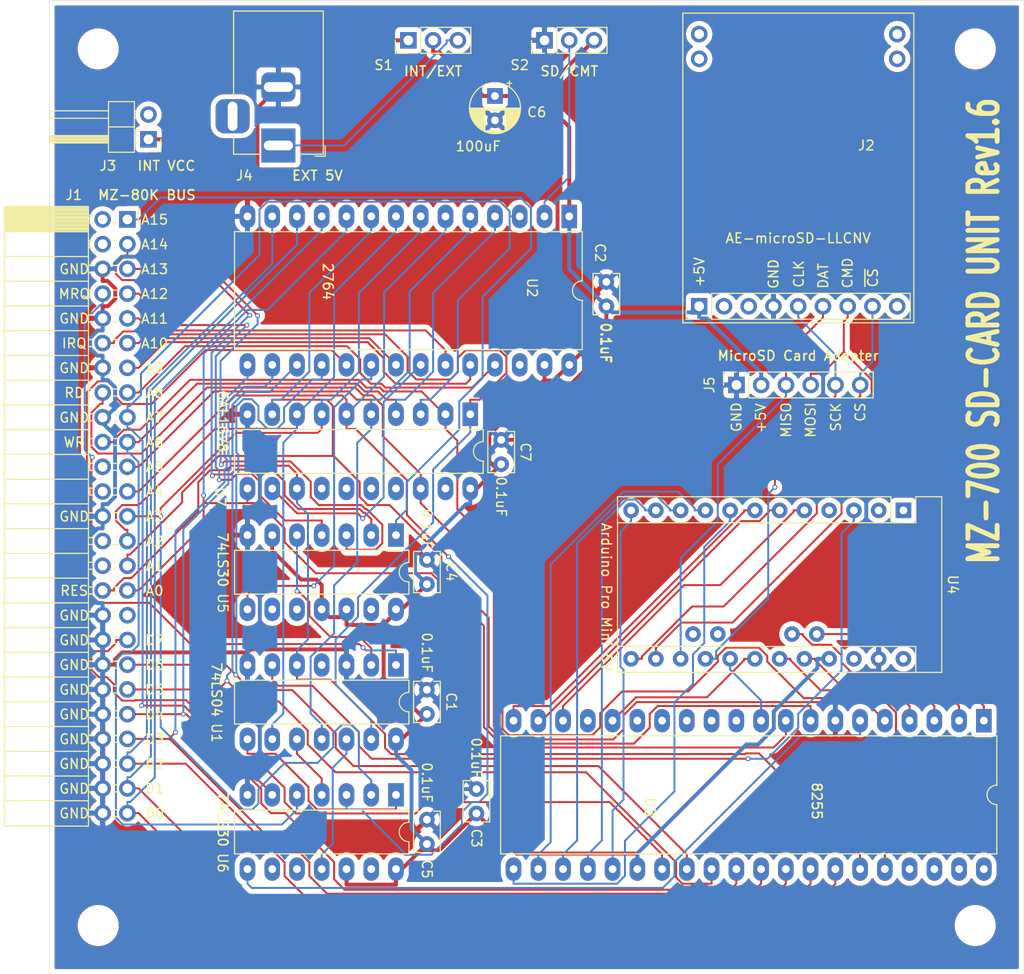
<source format=kicad_pcb>
(kicad_pcb (version 20171130) (host pcbnew "(5.1.9)-1")
  (layers (0 F.Cu signal) (31 B.Cu signal) (34 B.Paste user) (35 F.Paste user) (36 B.SilkS user hide) (37 F.SilkS user) (38 B.Mask user) (39 F.Mask user) (44 Edge.Cuts user))
  (net 0 "")
  (net 1 +5V)
  (net 2 GND)
  (net 3 "Net-(J3-Pad1)")
  (net 4 "Net-(J4-Pad1)")
  (net 5 "Net-(S2-Pad2)")
  (net 6 "Net-(U3-Pad1)")
  (net 7 "Net-(U3-Pad2)")
  (net 8 "Net-(U3-Pad3)")
  (net 9 "Net-(U3-Pad4)")
  (net 10 "Net-(U3-Pad16)")
  (net 11 "Net-(U1-Pad2)")
  (net 12 "Net-(U1-Pad8)")
  (net 13 "Net-(U2-Pad20)")
  (net 14 "Net-(U3-Pad6)")
  (net 15 "Net-(U1-Pad12)")
  (net 16 "Net-(U1-Pad10)")
  (net 17 "Net-(U3-Pad21)")
  (net 18 "Net-(U3-Pad22)")
  (net 19 "Net-(U3-Pad23)")
  (net 20 "Net-(U3-Pad24)")
  (net 21 "Net-(U3-Pad25)")
  (net 22 "Net-(U3-Pad10)")
  (net 23 "Net-(U3-Pad18)")
  (net 24 "Net-(U3-Pad19)")
  (net 25 "Net-(U3-Pad20)")
  (net 26 "Net-(U1-Pad6)")
  (net 27 /A15)
  (net 28 /A14)
  (net 29 /A13)
  (net 30 /A12)
  (net 31 /~MREQ)
  (net 32 /A11)
  (net 33 /A10)
  (net 34 /~IORQ)
  (net 35 /A9)
  (net 36 /A8)
  (net 37 /~RD)
  (net 38 /A7)
  (net 39 /A6)
  (net 40 /~WR)
  (net 41 /A5)
  (net 42 /A4)
  (net 43 /A3)
  (net 44 /A2)
  (net 45 /A1)
  (net 46 /A0)
  (net 47 /RESET)
  (net 48 /D7)
  (net 49 /D6)
  (net 50 /D5)
  (net 51 /D4)
  (net 52 /D3)
  (net 53 /D2)
  (net 54 /D1)
  (net 55 /D0)
  (net 56 /SCK)
  (net 57 /MISO)
  (net 58 /MOSI)
  (net 59 /CS)
  (net 60 /~ROMOE)
  (module Connector_PinHeader_2.54mm:PinHeader_1x02_P2.54mm_Horizontal (layer F.Cu) (at 97.79 69.215 180)
    (fp_text reference J3 (at 4.16 -2.725 unlocked) (layer F.SilkS))
    (fp_text value "INT VCC" (at -1.84 -2.725) (layer F.SilkS))
    (pad 1 thru_hole rect (at 0 0 180) (size 1.7 1.7) (drill 1) (layers *.Cu *.Mask) (net 3 "Net-(J3-Pad1)"))
    (pad 2 thru_hole oval (at 0 2.54 180) (size 1.7 1.7) (drill 1) (layers *.Cu *.Mask))
  )
  (module MZ80k_SD:AE-microSD-LLCNV (layer F.Cu) (at 174.625 86.36 270)
    (fp_text reference J2 (at -16.51 3.175) (layer F.SilkS))
    (fp_text value Micro_SD_Card_Kit hide)
    (fp_text user AE-microSD-LLCNV (at -6.985 10.16) (layer F.SilkS))
    (pad 1 thru_hole rect (at 0 20.32 90) (size 1.7 1.7) (drill 1) (layers *.Cu *.Mask) (net 1 +5V))
    (pad 2 thru_hole oval (at 0 17.78 90) (size 1.7 1.7) (drill 1) (layers *.Cu *.Mask))
    (pad 3 thru_hole oval (at 0 15.24 90) (size 1.7 1.7) (drill 1) (layers *.Cu *.Mask))
    (pad 4 thru_hole oval (at 0 12.7 90) (size 1.7 1.7) (drill 1) (layers *.Cu *.Mask) (net 2 GND))
    (pad 5 thru_hole oval (at 0 10.16 90) (size 1.7 1.7) (drill 1) (layers *.Cu *.Mask) (net 56 /SCK))
    (pad 6 thru_hole oval (at 0 7.62 90) (size 1.7 1.7) (drill 1) (layers *.Cu *.Mask) (net 57 /MISO))
    (pad 7 thru_hole oval (at 0 5.08 90) (size 1.7 1.7) (drill 1) (layers *.Cu *.Mask) (net 58 /MOSI))
    (pad 8 thru_hole oval (at 0 2.54 90) (size 1.7 1.7) (drill 1) (layers *.Cu *.Mask) (net 59 /CS))
    (pad 9 thru_hole oval (at 0 0 90) (size 1.7 1.7) (drill 1) (layers *.Cu *.Mask))
    (pad "" thru_hole oval (at -27.94 0 270) (size 1.7 1.7) (drill 1) (layers *.Cu *.Mask))
    (pad "" thru_hole oval (at -25.4 0 270) (size 1.7 1.7) (drill 1) (layers *.Cu *.Mask))
    (pad "" thru_hole oval (at -27.94 20.32 270) (size 1.7 1.7) (drill 1) (layers *.Cu *.Mask))
    (pad "" thru_hole oval (at -25.4 20.32 270) (size 1.7 1.7) (drill 1) (layers *.Cu *.Mask))
  )
  (module Capacitor_THT:C_Rect_L4.0mm_W2.5mm_P2.50mm (layer F.Cu) (at 131.445 138.43 90)
    (fp_text reference C3 (at -2.54 0 270 unlocked) (layer F.SilkS))
    (fp_text value 0.1uF (at 5.715 0 270 unlocked) (layer F.SilkS))
    (pad 1 thru_hole circle (at 0 0 90) (size 1.6 1.6) (drill 0.8) (layers *.Cu *.Mask) (net 1 +5V))
    (pad 2 thru_hole circle (at 2.5 0 90) (size 1.6 1.6) (drill 0.8) (layers *.Cu *.Mask) (net 2 GND))
  )
  (module Package_DIP:DIP-28_W15.24mm_LongPads (layer F.Cu) (at 140.97 77.135 270)
    (fp_text reference U2 hide)
    (fp_text value 2764 (at 6.685 24.765 270 unlocked) (layer F.SilkS))
    (fp_text user %R (at 7.32 3.81 270 unlocked) (layer F.SilkS))
    (pad 1 thru_hole rect (at 0 0 270) (size 2.4 1.6) (drill 0.8) (layers *.Cu *.Mask) (net 1 +5V))
    (pad 15 thru_hole oval (at 15.24 33.02 270) (size 2.4 1.6) (drill 0.8) (layers *.Cu *.Mask) (net 52 /D3))
    (pad 2 thru_hole oval (at 0 2.54 270) (size 2.4 1.6) (drill 0.8) (layers *.Cu *.Mask) (net 5 "Net-(S2-Pad2)"))
    (pad 16 thru_hole oval (at 15.24 30.48 270) (size 2.4 1.6) (drill 0.8) (layers *.Cu *.Mask) (net 51 /D4))
    (pad 3 thru_hole oval (at 0 5.08 270) (size 2.4 1.6) (drill 0.8) (layers *.Cu *.Mask) (net 38 /A7))
    (pad 17 thru_hole oval (at 15.24 27.94 270) (size 2.4 1.6) (drill 0.8) (layers *.Cu *.Mask) (net 50 /D5))
    (pad 4 thru_hole oval (at 0 7.62 270) (size 2.4 1.6) (drill 0.8) (layers *.Cu *.Mask) (net 39 /A6))
    (pad 18 thru_hole oval (at 15.24 25.4 270) (size 2.4 1.6) (drill 0.8) (layers *.Cu *.Mask) (net 49 /D6))
    (pad 5 thru_hole oval (at 0 10.16 270) (size 2.4 1.6) (drill 0.8) (layers *.Cu *.Mask) (net 41 /A5))
    (pad 19 thru_hole oval (at 15.24 22.86 270) (size 2.4 1.6) (drill 0.8) (layers *.Cu *.Mask) (net 48 /D7))
    (pad 6 thru_hole oval (at 0 12.7 270) (size 2.4 1.6) (drill 0.8) (layers *.Cu *.Mask) (net 42 /A4))
    (pad 20 thru_hole oval (at 15.24 20.32 270) (size 2.4 1.6) (drill 0.8) (layers *.Cu *.Mask) (net 13 "Net-(U2-Pad20)"))
    (pad 7 thru_hole oval (at 0 15.24 270) (size 2.4 1.6) (drill 0.8) (layers *.Cu *.Mask) (net 43 /A3))
    (pad 21 thru_hole oval (at 15.24 17.78 270) (size 2.4 1.6) (drill 0.8) (layers *.Cu *.Mask) (net 33 /A10))
    (pad 8 thru_hole oval (at 0 17.78 270) (size 2.4 1.6) (drill 0.8) (layers *.Cu *.Mask) (net 44 /A2))
    (pad 22 thru_hole oval (at 15.24 15.24 270) (size 2.4 1.6) (drill 0.8) (layers *.Cu *.Mask) (net 60 /~ROMOE))
    (pad 9 thru_hole oval (at 0 20.32 270) (size 2.4 1.6) (drill 0.8) (layers *.Cu *.Mask) (net 45 /A1))
    (pad 23 thru_hole oval (at 15.24 12.7 270) (size 2.4 1.6) (drill 0.8) (layers *.Cu *.Mask) (net 32 /A11))
    (pad 10 thru_hole oval (at 0 22.86 270) (size 2.4 1.6) (drill 0.8) (layers *.Cu *.Mask) (net 46 /A0))
    (pad 24 thru_hole oval (at 15.24 10.16 270) (size 2.4 1.6) (drill 0.8) (layers *.Cu *.Mask) (net 35 /A9))
    (pad 11 thru_hole oval (at 0 25.4 270) (size 2.4 1.6) (drill 0.8) (layers *.Cu *.Mask) (net 55 /D0))
    (pad 25 thru_hole oval (at 15.24 7.62 270) (size 2.4 1.6) (drill 0.8) (layers *.Cu *.Mask) (net 36 /A8))
    (pad 12 thru_hole oval (at 0 27.94 270) (size 2.4 1.6) (drill 0.8) (layers *.Cu *.Mask) (net 54 /D1))
    (pad 26 thru_hole oval (at 15.24 5.08 270) (size 2.4 1.6) (drill 0.8) (layers *.Cu *.Mask))
    (pad 13 thru_hole oval (at 0 30.48 270) (size 2.4 1.6) (drill 0.8) (layers *.Cu *.Mask) (net 53 /D2))
    (pad 27 thru_hole oval (at 15.24 2.54 270) (size 2.4 1.6) (drill 0.8) (layers *.Cu *.Mask) (net 1 +5V))
    (pad 14 thru_hole oval (at 0 33.02 270) (size 2.4 1.6) (drill 0.8) (layers *.Cu *.Mask) (net 2 GND))
    (pad 28 thru_hole oval (at 15.24 0 270) (size 2.4 1.6) (drill 0.8) (layers *.Cu *.Mask) (net 1 +5V))
  )
  (module Connector_BarrelJack:BarrelJack_Horizontal (layer F.Cu) (at 111.125 69.85 270)
    (fp_text reference J4 (at 3.09 3.495) (layer F.SilkS))
    (fp_text value "EXT 5V" (at 3.09 -4.005) (layer F.SilkS))
    (pad 1 thru_hole rect (at 0 0 270) (size 3.5 3.5) (drill oval 1 3) (layers *.Cu *.Mask) (net 4 "Net-(J4-Pad1)"))
    (pad 2 thru_hole roundrect (at -6 0 270) (size 3 3.5) (drill oval 1 3) (layers *.Cu *.Mask) (net 2 GND))
    (pad 3 thru_hole roundrect (at -3 4.7 270) (size 3.5 3.5) (drill oval 3 1) (layers *.Cu *.Mask))
  )
  (module Connector_PinSocket_2.54mm:PinSocket_2x25_P2.54mm_Horizontal (layer F.Cu) (at 95.63 77.44)
    (fp_text reference J1 hide)
    (fp_text value "MZ-80K BUS" (at 2 -2.5) (layer F.SilkS))
    (fp_text user %R (at -5.5 -2.5) (layer F.SilkS))
    (pad 1 thru_hole rect (at 0 0) (size 1.7 1.7) (drill 1) (layers *.Cu *.Mask) (net 27 /A15))
    (pad 2 thru_hole oval (at -2.54 0) (size 1.7 1.7) (drill 1) (layers *.Cu *.Mask))
    (pad 3 thru_hole oval (at 0 2.54) (size 1.7 1.7) (drill 1) (layers *.Cu *.Mask) (net 28 /A14))
    (pad 4 thru_hole oval (at -2.54 2.54) (size 1.7 1.7) (drill 1) (layers *.Cu *.Mask))
    (pad 5 thru_hole oval (at 0 5.08) (size 1.7 1.7) (drill 1) (layers *.Cu *.Mask) (net 29 /A13))
    (pad 6 thru_hole oval (at -2.54 5.08) (size 1.7 1.7) (drill 1) (layers *.Cu *.Mask) (net 2 GND))
    (pad 7 thru_hole oval (at 0 7.62) (size 1.7 1.7) (drill 1) (layers *.Cu *.Mask) (net 30 /A12))
    (pad 8 thru_hole oval (at -2.54 7.62) (size 1.7 1.7) (drill 1) (layers *.Cu *.Mask) (net 31 /~MREQ))
    (pad 9 thru_hole oval (at 0 10.16) (size 1.7 1.7) (drill 1) (layers *.Cu *.Mask) (net 32 /A11))
    (pad 10 thru_hole oval (at -2.54 10.16) (size 1.7 1.7) (drill 1) (layers *.Cu *.Mask) (net 2 GND))
    (pad 11 thru_hole oval (at 0 12.7) (size 1.7 1.7) (drill 1) (layers *.Cu *.Mask) (net 33 /A10))
    (pad 12 thru_hole oval (at -2.54 12.7) (size 1.7 1.7) (drill 1) (layers *.Cu *.Mask) (net 34 /~IORQ))
    (pad 13 thru_hole oval (at 0 15.24) (size 1.7 1.7) (drill 1) (layers *.Cu *.Mask) (net 35 /A9))
    (pad 14 thru_hole oval (at -2.54 15.24) (size 1.7 1.7) (drill 1) (layers *.Cu *.Mask) (net 2 GND))
    (pad 15 thru_hole oval (at 0 17.78) (size 1.7 1.7) (drill 1) (layers *.Cu *.Mask) (net 36 /A8))
    (pad 16 thru_hole oval (at -2.54 17.78) (size 1.7 1.7) (drill 1) (layers *.Cu *.Mask) (net 37 /~RD))
    (pad 17 thru_hole oval (at 0 20.32) (size 1.7 1.7) (drill 1) (layers *.Cu *.Mask) (net 38 /A7))
    (pad 18 thru_hole oval (at -2.54 20.32) (size 1.7 1.7) (drill 1) (layers *.Cu *.Mask) (net 2 GND))
    (pad 19 thru_hole oval (at 0 22.86) (size 1.7 1.7) (drill 1) (layers *.Cu *.Mask) (net 39 /A6))
    (pad 20 thru_hole oval (at -2.54 22.86) (size 1.7 1.7) (drill 1) (layers *.Cu *.Mask) (net 40 /~WR))
    (pad 21 thru_hole oval (at 0 25.4) (size 1.7 1.7) (drill 1) (layers *.Cu *.Mask) (net 41 /A5))
    (pad 22 thru_hole oval (at -2.54 25.4) (size 1.7 1.7) (drill 1) (layers *.Cu *.Mask))
    (pad 23 thru_hole oval (at 0 27.94) (size 1.7 1.7) (drill 1) (layers *.Cu *.Mask) (net 42 /A4))
    (pad 24 thru_hole oval (at -2.54 27.94) (size 1.7 1.7) (drill 1) (layers *.Cu *.Mask))
    (pad 25 thru_hole oval (at 0 30.48) (size 1.7 1.7) (drill 1) (layers *.Cu *.Mask) (net 43 /A3))
    (pad 26 thru_hole oval (at -2.54 30.48) (size 1.7 1.7) (drill 1) (layers *.Cu *.Mask) (net 2 GND))
    (pad 27 thru_hole oval (at 0 33.02) (size 1.7 1.7) (drill 1) (layers *.Cu *.Mask) (net 44 /A2))
    (pad 28 thru_hole oval (at -2.54 33.02) (size 1.7 1.7) (drill 1) (layers *.Cu *.Mask))
    (pad 29 thru_hole oval (at 0 35.56) (size 1.7 1.7) (drill 1) (layers *.Cu *.Mask) (net 45 /A1))
    (pad 30 thru_hole oval (at -2.54 35.56) (size 1.7 1.7) (drill 1) (layers *.Cu *.Mask))
    (pad 31 thru_hole oval (at 0 38.1) (size 1.7 1.7) (drill 1) (layers *.Cu *.Mask) (net 46 /A0))
    (pad 32 thru_hole oval (at -2.54 38.1) (size 1.7 1.7) (drill 1) (layers *.Cu *.Mask) (net 47 /RESET))
    (pad 33 thru_hole oval (at 0 40.64) (size 1.7 1.7) (drill 1) (layers *.Cu *.Mask))
    (pad 34 thru_hole oval (at -2.54 40.64) (size 1.7 1.7) (drill 1) (layers *.Cu *.Mask) (net 2 GND))
    (pad 35 thru_hole oval (at 0 43.18) (size 1.7 1.7) (drill 1) (layers *.Cu *.Mask) (net 48 /D7))
    (pad 36 thru_hole oval (at -2.54 43.18) (size 1.7 1.7) (drill 1) (layers *.Cu *.Mask) (net 2 GND))
    (pad 37 thru_hole oval (at 0 45.72) (size 1.7 1.7) (drill 1) (layers *.Cu *.Mask) (net 49 /D6))
    (pad 38 thru_hole oval (at -2.54 45.72) (size 1.7 1.7) (drill 1) (layers *.Cu *.Mask) (net 2 GND))
    (pad 39 thru_hole oval (at 0 48.26) (size 1.7 1.7) (drill 1) (layers *.Cu *.Mask) (net 50 /D5))
    (pad 40 thru_hole oval (at -2.54 48.26) (size 1.7 1.7) (drill 1) (layers *.Cu *.Mask) (net 2 GND))
    (pad 41 thru_hole oval (at 0 50.8) (size 1.7 1.7) (drill 1) (layers *.Cu *.Mask) (net 51 /D4))
    (pad 42 thru_hole oval (at -2.54 50.8) (size 1.7 1.7) (drill 1) (layers *.Cu *.Mask) (net 2 GND))
    (pad 43 thru_hole oval (at 0 53.34) (size 1.7 1.7) (drill 1) (layers *.Cu *.Mask) (net 52 /D3))
    (pad 44 thru_hole oval (at -2.54 53.34) (size 1.7 1.7) (drill 1) (layers *.Cu *.Mask) (net 2 GND))
    (pad 45 thru_hole oval (at 0 55.88) (size 1.7 1.7) (drill 1) (layers *.Cu *.Mask) (net 53 /D2))
    (pad 46 thru_hole oval (at -2.54 55.88) (size 1.7 1.7) (drill 1) (layers *.Cu *.Mask) (net 2 GND))
    (pad 47 thru_hole oval (at 0 58.42) (size 1.7 1.7) (drill 1) (layers *.Cu *.Mask) (net 54 /D1))
    (pad 48 thru_hole oval (at -2.54 58.42) (size 1.7 1.7) (drill 1) (layers *.Cu *.Mask) (net 2 GND))
    (pad 49 thru_hole oval (at 0 60.96) (size 1.7 1.7) (drill 1) (layers *.Cu *.Mask) (net 55 /D0))
    (pad 50 thru_hole oval (at -2.54 60.96) (size 1.7 1.7) (drill 1) (layers *.Cu *.Mask) (net 2 GND))
  )
  (module Connector_PinHeader_2.54mm:PinHeader_1x03_P2.54mm_Vertical (layer F.Cu) (at 138.43 59.055 90)
    (fp_text reference S2 (at -2.54 -2.54 180) (layer F.SilkS))
    (fp_text value SD/CMT (at -3.175 2.54 180) (layer F.SilkS))
    (pad 3 thru_hole oval (at 0 5.08 90) (size 1.7 1.7) (drill 1) (layers *.Cu *.Mask) (net 1 +5V))
    (pad 2 thru_hole oval (at 0 2.54 90) (size 1.7 1.7) (drill 1) (layers *.Cu *.Mask) (net 5 "Net-(S2-Pad2)"))
    (pad 1 thru_hole rect (at 0 0 90) (size 1.7 1.7) (drill 1) (layers *.Cu *.Mask) (net 2 GND))
  )
  (module Package_DIP:DIP-40_W15.24mm_LongPads (layer F.Cu) (at 183.515 128.905 270)
    (fp_text reference U3 (at 8.89 34.29 270 unlocked) (layer F.SilkS))
    (fp_text value 8255 (at 8.255 17.145 270 unlocked) (layer F.SilkS))
    (pad 1 thru_hole rect (at 0 0 270) (size 2.4 1.6) (drill 0.8) (layers *.Cu *.Mask) (net 6 "Net-(U3-Pad1)"))
    (pad 21 thru_hole oval (at 15.24 48.26 270) (size 2.4 1.6) (drill 0.8) (layers *.Cu *.Mask) (net 17 "Net-(U3-Pad21)"))
    (pad 2 thru_hole oval (at 0 2.54 270) (size 2.4 1.6) (drill 0.8) (layers *.Cu *.Mask) (net 7 "Net-(U3-Pad2)"))
    (pad 22 thru_hole oval (at 15.24 45.72 270) (size 2.4 1.6) (drill 0.8) (layers *.Cu *.Mask) (net 18 "Net-(U3-Pad22)"))
    (pad 3 thru_hole oval (at 0 5.08 270) (size 2.4 1.6) (drill 0.8) (layers *.Cu *.Mask) (net 8 "Net-(U3-Pad3)"))
    (pad 23 thru_hole oval (at 15.24 43.18 270) (size 2.4 1.6) (drill 0.8) (layers *.Cu *.Mask) (net 19 "Net-(U3-Pad23)"))
    (pad 4 thru_hole oval (at 0 7.62 270) (size 2.4 1.6) (drill 0.8) (layers *.Cu *.Mask) (net 9 "Net-(U3-Pad4)"))
    (pad 24 thru_hole oval (at 15.24 40.64 270) (size 2.4 1.6) (drill 0.8) (layers *.Cu *.Mask) (net 20 "Net-(U3-Pad24)"))
    (pad 5 thru_hole oval (at 0 10.16 270) (size 2.4 1.6) (drill 0.8) (layers *.Cu *.Mask) (net 37 /~RD))
    (pad 25 thru_hole oval (at 15.24 38.1 270) (size 2.4 1.6) (drill 0.8) (layers *.Cu *.Mask) (net 21 "Net-(U3-Pad25)"))
    (pad 6 thru_hole oval (at 0 12.7 270) (size 2.4 1.6) (drill 0.8) (layers *.Cu *.Mask) (net 14 "Net-(U3-Pad6)"))
    (pad 26 thru_hole oval (at 15.24 35.56 270) (size 2.4 1.6) (drill 0.8) (layers *.Cu *.Mask) (net 1 +5V))
    (pad 7 thru_hole oval (at 0 15.24 270) (size 2.4 1.6) (drill 0.8) (layers *.Cu *.Mask) (net 2 GND))
    (pad 27 thru_hole oval (at 15.24 33.02 270) (size 2.4 1.6) (drill 0.8) (layers *.Cu *.Mask) (net 48 /D7))
    (pad 8 thru_hole oval (at 0 17.78 270) (size 2.4 1.6) (drill 0.8) (layers *.Cu *.Mask) (net 45 /A1))
    (pad 28 thru_hole oval (at 15.24 30.48 270) (size 2.4 1.6) (drill 0.8) (layers *.Cu *.Mask) (net 49 /D6))
    (pad 9 thru_hole oval (at 0 20.32 270) (size 2.4 1.6) (drill 0.8) (layers *.Cu *.Mask) (net 46 /A0))
    (pad 29 thru_hole oval (at 15.24 27.94 270) (size 2.4 1.6) (drill 0.8) (layers *.Cu *.Mask) (net 50 /D5))
    (pad 10 thru_hole oval (at 0 22.86 270) (size 2.4 1.6) (drill 0.8) (layers *.Cu *.Mask) (net 22 "Net-(U3-Pad10)"))
    (pad 30 thru_hole oval (at 15.24 25.4 270) (size 2.4 1.6) (drill 0.8) (layers *.Cu *.Mask) (net 51 /D4))
    (pad 11 thru_hole oval (at 0 25.4 270) (size 2.4 1.6) (drill 0.8) (layers *.Cu *.Mask))
    (pad 31 thru_hole oval (at 15.24 22.86 270) (size 2.4 1.6) (drill 0.8) (layers *.Cu *.Mask) (net 52 /D3))
    (pad 12 thru_hole oval (at 0 27.94 270) (size 2.4 1.6) (drill 0.8) (layers *.Cu *.Mask))
    (pad 32 thru_hole oval (at 15.24 20.32 270) (size 2.4 1.6) (drill 0.8) (layers *.Cu *.Mask) (net 53 /D2))
    (pad 13 thru_hole oval (at 0 30.48 270) (size 2.4 1.6) (drill 0.8) (layers *.Cu *.Mask))
    (pad 33 thru_hole oval (at 15.24 17.78 270) (size 2.4 1.6) (drill 0.8) (layers *.Cu *.Mask) (net 54 /D1))
    (pad 14 thru_hole oval (at 0 33.02 270) (size 2.4 1.6) (drill 0.8) (layers *.Cu *.Mask))
    (pad 34 thru_hole oval (at 15.24 15.24 270) (size 2.4 1.6) (drill 0.8) (layers *.Cu *.Mask) (net 55 /D0))
    (pad 15 thru_hole oval (at 0 35.56 270) (size 2.4 1.6) (drill 0.8) (layers *.Cu *.Mask))
    (pad 35 thru_hole oval (at 15.24 12.7 270) (size 2.4 1.6) (drill 0.8) (layers *.Cu *.Mask) (net 47 /RESET))
    (pad 16 thru_hole oval (at 0 38.1 270) (size 2.4 1.6) (drill 0.8) (layers *.Cu *.Mask) (net 10 "Net-(U3-Pad16)"))
    (pad 36 thru_hole oval (at 15.24 10.16 270) (size 2.4 1.6) (drill 0.8) (layers *.Cu *.Mask) (net 40 /~WR))
    (pad 17 thru_hole oval (at 0 40.64 270) (size 2.4 1.6) (drill 0.8) (layers *.Cu *.Mask))
    (pad 37 thru_hole oval (at 15.24 7.62 270) (size 2.4 1.6) (drill 0.8) (layers *.Cu *.Mask))
    (pad 18 thru_hole oval (at 0 43.18 270) (size 2.4 1.6) (drill 0.8) (layers *.Cu *.Mask) (net 23 "Net-(U3-Pad18)"))
    (pad 38 thru_hole oval (at 15.24 5.08 270) (size 2.4 1.6) (drill 0.8) (layers *.Cu *.Mask))
    (pad 19 thru_hole oval (at 0 45.72 270) (size 2.4 1.6) (drill 0.8) (layers *.Cu *.Mask) (net 24 "Net-(U3-Pad19)"))
    (pad 39 thru_hole oval (at 15.24 2.54 270) (size 2.4 1.6) (drill 0.8) (layers *.Cu *.Mask))
    (pad 20 thru_hole oval (at 0 48.26 270) (size 2.4 1.6) (drill 0.8) (layers *.Cu *.Mask) (net 25 "Net-(U3-Pad20)"))
    (pad 40 thru_hole oval (at 15.24 0 270) (size 2.4 1.6) (drill 0.8) (layers *.Cu *.Mask))
  )
  (module Connector_PinHeader_2.54mm:PinHeader_1x03_P2.54mm_Vertical (layer F.Cu) (at 124.46 59.055 90)
    (fp_text reference S1 (at -2.54 -2.54) (layer F.SilkS))
    (fp_text value INT/EXT (at -3.175 2.54) (layer F.SilkS))
    (pad 1 thru_hole rect (at 0 0 90) (size 1.7 1.7) (drill 1) (layers *.Cu *.Mask) (net 3 "Net-(J3-Pad1)"))
    (pad 2 thru_hole oval (at 0 2.54 90) (size 1.7 1.7) (drill 1) (layers *.Cu *.Mask) (net 1 +5V))
    (pad 3 thru_hole oval (at 0 5.08 90) (size 1.7 1.7) (drill 1) (layers *.Cu *.Mask) (net 4 "Net-(J4-Pad1)"))
  )
  (module Capacitor_THT:C_Rect_L4.0mm_W2.5mm_P2.50mm (layer F.Cu) (at 144.78 86.36 90)
    (fp_text reference C2 (at 5.49 -0.635 270 unlocked) (layer F.SilkS))
    (fp_text value 0.1uF (at -3.77 -0.11 270 unlocked) (layer F.SilkS))
    (pad 1 thru_hole circle (at 0 0 90) (size 1.6 1.6) (drill 0.8) (layers *.Cu *.Mask) (net 1 +5V))
    (pad 2 thru_hole circle (at 2.5 0 90) (size 1.6 1.6) (drill 0.8) (layers *.Cu *.Mask) (net 2 GND))
  )
  (module MountingHole:MountingHole_3.2mm_M3 (layer F.Cu) (at 92.63 59.94)
    (fp_text reference MH4 hide)
    (fp_text value MountingHole_3.2mm_M3 hide)
    (pad 1 np_thru_hole circle (at 0 0) (size 3.2 3.2) (drill 3.2) (layers *.Cu *.Mask))
  )
  (module MountingHole:MountingHole_3.2mm_M3 (layer F.Cu) (at 182.63 59.94)
    (fp_text reference MH3 hide)
    (fp_text value MountingHole_3.2mm_M3 hide)
    (pad 1 np_thru_hole circle (at 0 0) (size 3.2 3.2) (drill 3.2) (layers *.Cu *.Mask))
  )
  (module MountingHole:MountingHole_3.2mm_M3 (layer F.Cu) (at 182.63 149.94)
    (fp_text reference MH2 hide)
    (fp_text value MountingHole_3.2mm_M3 hide)
    (pad 1 np_thru_hole circle (at 0 0) (size 3.2 3.2) (drill 3.2) (layers *.Cu *.Mask))
  )
  (module MountingHole:MountingHole_3.2mm_M3 (layer F.Cu) (at 92.63 149.94)
    (fp_text reference MH1 hide)
    (fp_text value MountingHole_3.2mm_M3 hide)
    (pad 1 np_thru_hole circle (at 0 0) (size 3.2 3.2) (drill 3.2) (layers *.Cu *.Mask))
  )
  (module Capacitor_THT:CP_Radial_D5.0mm_P2.50mm (layer F.Cu) (at 133.35 64.77 270)
    (fp_text reference C6 (at 1.67 -4.28) (layer F.SilkS))
    (fp_text value 100uF)
    (pad 1 thru_hole rect (at 0 0 270) (size 1.6 1.6) (drill 0.8) (layers *.Cu *.Mask) (net 1 +5V))
    (pad 2 thru_hole circle (at 2.5 0 270) (size 1.6 1.6) (drill 0.8) (layers *.Cu *.Mask) (net 2 GND))
  )
  (module MZ80k_SD:Arduino_Pro_Mini (layer F.Cu) (at 175.26 107.315 270)
    (fp_text reference U4 (at 7.62 -5.08 270 unlocked) (layer F.SilkS))
    (fp_text value Arduino_Pro_Mini_5V)
    (pad 1 thru_hole rect (at 0 0 270) (size 1.6 1.6) (drill 0.8) (layers *.Cu *.Mask))
    (pad 2 thru_hole oval (at 0 2.54 270) (size 1.6 1.6) (drill 0.8) (layers *.Cu *.Mask))
    (pad 3 thru_hole oval (at 0 5.08 270) (size 1.6 1.6) (drill 0.8) (layers *.Cu *.Mask) (net 26 "Net-(U1-Pad6)"))
    (pad 13 thru_hole oval (at 15.24 27.94 270) (size 1.6 1.6) (drill 0.8) (layers *.Cu *.Mask) (net 59 /CS))
    (pad 4 thru_hole oval (at 0 7.62 270) (size 1.6 1.6) (drill 0.8) (layers *.Cu *.Mask))
    (pad 14 thru_hole oval (at 15.24 25.4 270) (size 1.6 1.6) (drill 0.8) (layers *.Cu *.Mask) (net 58 /MOSI))
    (pad 5 thru_hole oval (at 0 10.16 270) (size 1.6 1.6) (drill 0.8) (layers *.Cu *.Mask) (net 23 "Net-(U3-Pad18)"))
    (pad 15 thru_hole oval (at 15.24 22.86 270) (size 1.6 1.6) (drill 0.8) (layers *.Cu *.Mask) (net 57 /MISO))
    (pad 6 thru_hole oval (at 0 12.7 270) (size 1.6 1.6) (drill 0.8) (layers *.Cu *.Mask) (net 24 "Net-(U3-Pad19)"))
    (pad 16 thru_hole oval (at 15.24 20.32 270) (size 1.6 1.6) (drill 0.8) (layers *.Cu *.Mask) (net 56 /SCK))
    (pad 7 thru_hole oval (at 0 15.24 270) (size 1.6 1.6) (drill 0.8) (layers *.Cu *.Mask) (net 25 "Net-(U3-Pad20)"))
    (pad 17 thru_hole oval (at 15.24 17.78 270) (size 1.6 1.6) (drill 0.8) (layers *.Cu *.Mask) (net 22 "Net-(U3-Pad10)"))
    (pad 8 thru_hole oval (at 0 17.78 270) (size 1.6 1.6) (drill 0.8) (layers *.Cu *.Mask) (net 17 "Net-(U3-Pad21)"))
    (pad 18 thru_hole oval (at 15.24 15.24 270) (size 1.6 1.6) (drill 0.8) (layers *.Cu *.Mask) (net 10 "Net-(U3-Pad16)"))
    (pad 9 thru_hole oval (at 0 20.32 270) (size 1.6 1.6) (drill 0.8) (layers *.Cu *.Mask) (net 18 "Net-(U3-Pad22)"))
    (pad 19 thru_hole oval (at 15.24 12.7 270) (size 1.6 1.6) (drill 0.8) (layers *.Cu *.Mask) (net 9 "Net-(U3-Pad4)"))
    (pad 10 thru_hole oval (at 0 22.86 270) (size 1.6 1.6) (drill 0.8) (layers *.Cu *.Mask) (net 19 "Net-(U3-Pad23)"))
    (pad 20 thru_hole oval (at 15.24 10.16 270) (size 1.6 1.6) (drill 0.8) (layers *.Cu *.Mask) (net 8 "Net-(U3-Pad3)"))
    (pad 11 thru_hole oval (at 0 25.4 270) (size 1.6 1.6) (drill 0.8) (layers *.Cu *.Mask) (net 20 "Net-(U3-Pad24)"))
    (pad 21 thru_hole oval (at 15.24 7.62 270) (size 1.6 1.6) (drill 0.8) (layers *.Cu *.Mask) (net 1 +5V))
    (pad 12 thru_hole oval (at 0 27.94 270) (size 1.6 1.6) (drill 0.8) (layers *.Cu *.Mask) (net 21 "Net-(U3-Pad25)"))
    (pad 22 thru_hole oval (at 15.24 5.08 270) (size 1.6 1.6) (drill 0.8) (layers *.Cu *.Mask))
    (pad 23 thru_hole oval (at 15.24 2.54 270) (size 1.6 1.6) (drill 0.8) (layers *.Cu *.Mask) (net 2 GND))
    (pad 24 thru_hole oval (at 15.24 0 270) (size 1.6 1.6) (drill 0.8) (layers *.Cu *.Mask))
    (pad A5 thru_hole oval (at 12.7 8.89 270) (size 1.6 1.6) (drill 0.8) (layers *.Cu *.Mask) (net 6 "Net-(U3-Pad1)"))
    (pad A4 thru_hole oval (at 12.7 11.43 270) (size 1.6 1.6) (drill 0.8) (layers *.Cu *.Mask) (net 7 "Net-(U3-Pad2)"))
    (pad A7 thru_hole oval (at 12.7 19.05 270) (size 1.6 1.6) (drill 0.8) (layers *.Cu *.Mask))
    (pad A6 thru_hole oval (at 12.7 21.59 270) (size 1.6 1.6) (drill 0.8) (layers *.Cu *.Mask))
  )
  (module Capacitor_THT:C_Rect_L4.0mm_W2.5mm_P2.50mm (layer F.Cu) (at 126.365 125.73 270)
    (fp_text reference C1 (at 1.25 -2.5 270 unlocked) (layer F.SilkS))
    (fp_text value 0.1uF)
    (pad 1 thru_hole circle (at 0 0 270) (size 1.6 1.6) (drill 0.8) (layers *.Cu *.Mask) (net 2 GND))
    (pad 2 thru_hole circle (at 2.5 0 270) (size 1.6 1.6) (drill 0.8) (layers *.Cu *.Mask) (net 1 +5V))
  )
  (module Capacitor_THT:C_Rect_L4.0mm_W2.5mm_P2.50mm (layer F.Cu) (at 126.365 112.395 270)
    (fp_text reference C4 (at 1.25 -2.5 270 unlocked) (layer F.SilkS))
    (fp_text value 0.1uF)
    (pad 2 thru_hole circle (at 2.5 0 270) (size 1.6 1.6) (drill 0.8) (layers *.Cu *.Mask) (net 1 +5V))
    (pad 1 thru_hole circle (at 0 0 270) (size 1.6 1.6) (drill 0.8) (layers *.Cu *.Mask) (net 2 GND))
  )
  (module Capacitor_THT:C_Rect_L4.0mm_W2.5mm_P2.50mm (layer F.Cu) (at 126.365 139.065 270)
    (fp_text reference C5 (at 5.08 0 270 unlocked) (layer F.SilkS))
    (fp_text value 0.1uF)
    (pad 1 thru_hole circle (at 0 0 270) (size 1.6 1.6) (drill 0.8) (layers *.Cu *.Mask) (net 2 GND))
    (pad 2 thru_hole circle (at 2.5 0 270) (size 1.6 1.6) (drill 0.8) (layers *.Cu *.Mask) (net 1 +5V))
  )
  (module Package_DIP:DIP-14_W7.62mm_LongPads (layer F.Cu) (at 123.19 123.19 270)
    (fp_text reference U1 (at 6.985 18.415 270 unlocked) (layer F.SilkS))
    (fp_text value 74LS04 (at 2.54 18.415 270 unlocked) (layer F.SilkS))
    (pad 14 thru_hole oval (at 7.62 0 270) (size 2.4 1.6) (drill 0.8) (layers *.Cu *.Mask) (net 1 +5V))
    (pad 7 thru_hole oval (at 0 15.24 270) (size 2.4 1.6) (drill 0.8) (layers *.Cu *.Mask) (net 2 GND))
    (pad 13 thru_hole oval (at 7.62 2.54 270) (size 2.4 1.6) (drill 0.8) (layers *.Cu *.Mask) (net 34 /~IORQ))
    (pad 6 thru_hole oval (at 0 12.7 270) (size 2.4 1.6) (drill 0.8) (layers *.Cu *.Mask) (net 26 "Net-(U1-Pad6)"))
    (pad 12 thru_hole oval (at 7.62 5.08 270) (size 2.4 1.6) (drill 0.8) (layers *.Cu *.Mask) (net 15 "Net-(U1-Pad12)"))
    (pad 5 thru_hole oval (at 0 10.16 270) (size 2.4 1.6) (drill 0.8) (layers *.Cu *.Mask) (net 47 /RESET))
    (pad 11 thru_hole oval (at 7.62 7.62 270) (size 2.4 1.6) (drill 0.8) (layers *.Cu *.Mask) (net 41 /A5))
    (pad 4 thru_hole oval (at 0 7.62 270) (size 2.4 1.6) (drill 0.8) (layers *.Cu *.Mask))
    (pad 10 thru_hole oval (at 7.62 10.16 270) (size 2.4 1.6) (drill 0.8) (layers *.Cu *.Mask) (net 16 "Net-(U1-Pad10)"))
    (pad 3 thru_hole oval (at 0 5.08 270) (size 2.4 1.6) (drill 0.8) (layers *.Cu *.Mask) (net 2 GND))
    (pad 9 thru_hole oval (at 7.62 12.7 270) (size 2.4 1.6) (drill 0.8) (layers *.Cu *.Mask) (net 44 /A2))
    (pad 2 thru_hole oval (at 0 2.54 270) (size 2.4 1.6) (drill 0.8) (layers *.Cu *.Mask) (net 11 "Net-(U1-Pad2)"))
    (pad 8 thru_hole oval (at 7.62 15.24 270) (size 2.4 1.6) (drill 0.8) (layers *.Cu *.Mask) (net 12 "Net-(U1-Pad8)"))
    (pad 1 thru_hole rect (at 0 0 270) (size 2.4 1.6) (drill 0.8) (layers *.Cu *.Mask) (net 31 /~MREQ))
  )
  (module Package_DIP:DIP-14_W7.62mm_LongPads (layer F.Cu) (at 123.19 109.855 270)
    (fp_text reference U5 (at 6.985 17.78 270 unlocked) (layer F.SilkS))
    (fp_text value 74LS30 (at 2.54 17.78 270 unlocked) (layer F.SilkS))
    (pad 1 thru_hole rect (at 0 0 270) (size 2.4 1.6) (drill 0.8) (layers *.Cu *.Mask) (net 27 /A15))
    (pad 8 thru_hole oval (at 7.62 15.24 270) (size 2.4 1.6) (drill 0.8) (layers *.Cu *.Mask) (net 13 "Net-(U2-Pad20)"))
    (pad 2 thru_hole oval (at 0 2.54 270) (size 2.4 1.6) (drill 0.8) (layers *.Cu *.Mask) (net 28 /A14))
    (pad 9 thru_hole oval (at 7.62 12.7 270) (size 2.4 1.6) (drill 0.8) (layers *.Cu *.Mask))
    (pad 3 thru_hole oval (at 0 5.08 270) (size 2.4 1.6) (drill 0.8) (layers *.Cu *.Mask) (net 29 /A13))
    (pad 10 thru_hole oval (at 7.62 10.16 270) (size 2.4 1.6) (drill 0.8) (layers *.Cu *.Mask))
    (pad 4 thru_hole oval (at 0 7.62 270) (size 2.4 1.6) (drill 0.8) (layers *.Cu *.Mask) (net 30 /A12))
    (pad 11 thru_hole oval (at 7.62 7.62 270) (size 2.4 1.6) (drill 0.8) (layers *.Cu *.Mask) (net 1 +5V))
    (pad 5 thru_hole oval (at 0 10.16 270) (size 2.4 1.6) (drill 0.8) (layers *.Cu *.Mask) (net 11 "Net-(U1-Pad2)"))
    (pad 12 thru_hole oval (at 7.62 5.08 270) (size 2.4 1.6) (drill 0.8) (layers *.Cu *.Mask) (net 1 +5V))
    (pad 6 thru_hole oval (at 0 12.7 270) (size 2.4 1.6) (drill 0.8) (layers *.Cu *.Mask) (net 1 +5V))
    (pad 13 thru_hole oval (at 7.62 2.54 270) (size 2.4 1.6) (drill 0.8) (layers *.Cu *.Mask))
    (pad 7 thru_hole oval (at 0 15.24 270) (size 2.4 1.6) (drill 0.8) (layers *.Cu *.Mask) (net 2 GND))
    (pad 14 thru_hole oval (at 7.62 0 270) (size 2.4 1.6) (drill 0.8) (layers *.Cu *.Mask) (net 1 +5V))
  )
  (module Package_DIP:DIP-14_W7.62mm_LongPads (layer F.Cu) (at 123.19 136.525 270)
    (fp_text reference U6 (at 6.985 17.78 270 unlocked) (layer F.SilkS))
    (fp_text value 74LS30 (at 2.54 17.78 270 unlocked) (layer F.SilkS))
    (pad 1 thru_hole rect (at 0 0 270) (size 2.4 1.6) (drill 0.8) (layers *.Cu *.Mask) (net 12 "Net-(U1-Pad8)"))
    (pad 8 thru_hole oval (at 7.62 15.24 270) (size 2.4 1.6) (drill 0.8) (layers *.Cu *.Mask) (net 14 "Net-(U3-Pad6)"))
    (pad 2 thru_hole oval (at 0 2.54 270) (size 2.4 1.6) (drill 0.8) (layers *.Cu *.Mask) (net 43 /A3))
    (pad 9 thru_hole oval (at 7.62 12.7 270) (size 2.4 1.6) (drill 0.8) (layers *.Cu *.Mask))
    (pad 3 thru_hole oval (at 0 5.08 270) (size 2.4 1.6) (drill 0.8) (layers *.Cu *.Mask) (net 42 /A4))
    (pad 10 thru_hole oval (at 7.62 10.16 270) (size 2.4 1.6) (drill 0.8) (layers *.Cu *.Mask))
    (pad 4 thru_hole oval (at 0 7.62 270) (size 2.4 1.6) (drill 0.8) (layers *.Cu *.Mask) (net 16 "Net-(U1-Pad10)"))
    (pad 11 thru_hole oval (at 7.62 7.62 270) (size 2.4 1.6) (drill 0.8) (layers *.Cu *.Mask) (net 15 "Net-(U1-Pad12)"))
    (pad 5 thru_hole oval (at 0 10.16 270) (size 2.4 1.6) (drill 0.8) (layers *.Cu *.Mask) (net 39 /A6))
    (pad 12 thru_hole oval (at 7.62 5.08 270) (size 2.4 1.6) (drill 0.8) (layers *.Cu *.Mask) (net 1 +5V))
    (pad 6 thru_hole oval (at 0 12.7 270) (size 2.4 1.6) (drill 0.8) (layers *.Cu *.Mask) (net 38 /A7))
    (pad 13 thru_hole oval (at 7.62 2.54 270) (size 2.4 1.6) (drill 0.8) (layers *.Cu *.Mask))
    (pad 7 thru_hole oval (at 0 15.24 270) (size 2.4 1.6) (drill 0.8) (layers *.Cu *.Mask) (net 2 GND))
    (pad 14 thru_hole oval (at 7.62 0 270) (size 2.4 1.6) (drill 0.8) (layers *.Cu *.Mask) (net 1 +5V))
  )
  (module Connector_PinSocket_2.54mm:PinSocket_1x06_P2.54mm_Vertical (layer F.Cu) (at 158.13 94.44 90)
    (fp_text reference J5 (at 0 -2.77 90) (layer F.SilkS))
    (fp_text value "MicroSD Card Adapter" (at 3 6.335 180) (layer F.SilkS))
    (pad 1 thru_hole rect (at 0 0 90) (size 1.7 1.7) (drill 1) (layers *.Cu *.Mask) (net 2 GND))
    (pad 2 thru_hole oval (at 0 2.54 90) (size 1.7 1.7) (drill 1) (layers *.Cu *.Mask) (net 1 +5V))
    (pad 3 thru_hole oval (at 0 5.08 90) (size 1.7 1.7) (drill 1) (layers *.Cu *.Mask) (net 57 /MISO))
    (pad 4 thru_hole oval (at 0 7.62 90) (size 1.7 1.7) (drill 1) (layers *.Cu *.Mask) (net 58 /MOSI))
    (pad 5 thru_hole oval (at 0 10.16 90) (size 1.7 1.7) (drill 1) (layers *.Cu *.Mask) (net 56 /SCK))
    (pad 6 thru_hole oval (at 0 12.7 90) (size 1.7 1.7) (drill 1) (layers *.Cu *.Mask) (net 59 /CS))
  )
  (module Capacitor_THT:C_Rect_L4.0mm_W2.5mm_P2.50mm (layer F.Cu) (at 133.985 100.076 270)
    (fp_text reference C7 (at 1.25 -2.5 270 unlocked) (layer F.SilkS))
    (fp_text value 0.1uF)
    (pad 1 thru_hole circle (at 0 0 270) (size 1.6 1.6) (drill 0.8) (layers *.Cu *.Mask) (net 2 GND))
    (pad 2 thru_hole circle (at 2.5 0 270) (size 1.6 1.6) (drill 0.8) (layers *.Cu *.Mask) (net 1 +5V))
  )
  (module Package_DIP:DIP-20_W7.62mm_LongPads (layer F.Cu) (at 130.81 97.45 270)
    (fp_text reference U7 (at 8.468 25.654 270 unlocked) (layer F.SilkS))
    (fp_text value GAL16V8)
    (pad 1 thru_hole rect (at 0 0 270) (size 2.4 1.6) (drill 0.8) (layers *.Cu *.Mask) (net 34 /~IORQ))
    (pad 11 thru_hole oval (at 7.62 22.86 270) (size 2.4 1.6) (drill 0.8) (layers *.Cu *.Mask) (net 46 /A0))
    (pad 2 thru_hole oval (at 0 2.54 270) (size 2.4 1.6) (drill 0.8) (layers *.Cu *.Mask) (net 40 /~WR))
    (pad 12 thru_hole oval (at 7.62 20.32 270) (size 2.4 1.6) (drill 0.8) (layers *.Cu *.Mask) (net 60 /~ROMOE))
    (pad 3 thru_hole oval (at 0 5.08 270) (size 2.4 1.6) (drill 0.8) (layers *.Cu *.Mask) (net 38 /A7))
    (pad 13 thru_hole oval (at 7.62 17.78 270) (size 2.4 1.6) (drill 0.8) (layers *.Cu *.Mask) (net 47 /RESET))
    (pad 4 thru_hole oval (at 0 7.62 270) (size 2.4 1.6) (drill 0.8) (layers *.Cu *.Mask) (net 39 /A6))
    (pad 14 thru_hole oval (at 7.62 15.24 270) (size 2.4 1.6) (drill 0.8) (layers *.Cu *.Mask))
    (pad 5 thru_hole oval (at 0 10.16 270) (size 2.4 1.6) (drill 0.8) (layers *.Cu *.Mask) (net 41 /A5))
    (pad 15 thru_hole oval (at 7.62 12.7 270) (size 2.4 1.6) (drill 0.8) (layers *.Cu *.Mask))
    (pad 6 thru_hole oval (at 0 12.7 270) (size 2.4 1.6) (drill 0.8) (layers *.Cu *.Mask) (net 42 /A4))
    (pad 16 thru_hole oval (at 7.62 10.16 270) (size 2.4 1.6) (drill 0.8) (layers *.Cu *.Mask))
    (pad 7 thru_hole oval (at 0 15.24 270) (size 2.4 1.6) (drill 0.8) (layers *.Cu *.Mask) (net 43 /A3))
    (pad 17 thru_hole oval (at 7.62 7.62 270) (size 2.4 1.6) (drill 0.8) (layers *.Cu *.Mask))
    (pad 8 thru_hole oval (at 0 17.78 270) (size 2.4 1.6) (drill 0.8) (layers *.Cu *.Mask) (net 44 /A2))
    (pad 18 thru_hole oval (at 7.62 5.08 270) (size 2.4 1.6) (drill 0.8) (layers *.Cu *.Mask) (net 37 /~RD))
    (pad 9 thru_hole oval (at 0 20.32 270) (size 2.4 1.6) (drill 0.8) (layers *.Cu *.Mask) (net 45 /A1))
    (pad 19 thru_hole oval (at 7.62 2.54 270) (size 2.4 1.6) (drill 0.8) (layers *.Cu *.Mask))
    (pad 10 thru_hole oval (at 0 22.86 270) (size 2.4 1.6) (drill 0.8) (layers *.Cu *.Mask) (net 2 GND))
    (pad 20 thru_hole oval (at 7.62 0 270) (size 2.4 1.6) (drill 0.8) (layers *.Cu *.Mask) (net 1 +5V))
  )
  (gr_text GAL16V8 (at 105.41 98.171 -90) (layer F.SilkS) (effects (font (size 1 1))))
  (gr_text 0.1uF (at 133.985 105.918 -90) (layer F.SilkS) (effects (font (size 1 1))))
  (gr_text "MicroSD Card Adapter" (at 164.465 91.44) (layer F.SilkS) (effects (font (size 1 1))))
  (gr_text GND (at 161.93 83.04 90) (layer F.SilkS) (effects (font (size 1 1))))
  (gr_text +5V (at 154.33 82.84 90) (layer F.SilkS) (effects (font (size 1 1))))
  (gr_text DAT (at 167.03 83.24 90) (layer F.SilkS) (effects (font (size 1 1))))
  (gr_text CMD (at 169.53 82.94 90) (layer F.SilkS) (effects (font (size 1 1))))
  (gr_text CLK (at 164.53 83.04 90) (layer F.SilkS) (effects (font (size 1 1))))
  (gr_text ~CS (at 172.13 83.44 90) (layer F.SilkS) (effects (font (size 1 1))))
  (gr_text GND (at 158.13 97.74 90) (layer F.SilkS) (effects (font (size 1 1))))
  (gr_text +5V (at 160.63 97.84 90) (layer F.SilkS) (effects (font (size 1 1))))
  (gr_text MISO (at 163.23 98.04 90) (layer F.SilkS) (effects (font (size 1 1))))
  (gr_text MOSI (at 165.73 98.04 90) (layer F.SilkS) (effects (font (size 1 1))))
  (gr_text SCK (at 168.33 97.74 90) (layer F.SilkS) (effects (font (size 1 1))))
  (gr_text CS (at 170.83 97.24 90) (layer F.SilkS) (effects (font (size 1 1))))
  (gr_text 74LS04 (at 104.775 125.73 -90) (layer F.SilkS) (effects (font (size 1 1))))
  (gr_text 74LS30 (at 105.41 112.395 -90) (layer F.SilkS) (effects (font (size 1 1))))
  (gr_text 74LS30 (at 105.41 139.065 -90) (layer F.SilkS) (effects (font (size 1 1))))
  (gr_text 0.1uF (at 126.365 121.92 -90) (layer F.SilkS) (effects (font (size 1 1))))
  (gr_text 0.1uF (at 126.365 109.22 -90) (layer F.SilkS) (effects (font (size 1 1))))
  (gr_text 0.1uF (at 126.365 135.255 -90) (layer F.SilkS) (effects (font (size 1 1))))
  (gr_text GND (at 90.17 82.55) (layer F.SilkS) (effects (font (size 1 1))))
  (gr_text GND (at 90.17 87.63) (layer F.SilkS) (effects (font (size 1 1))))
  (gr_text GND (at 90.17 92.71) (layer F.SilkS) (effects (font (size 1 1))))
  (gr_text GND (at 90.17 97.79) (layer F.SilkS) (effects (font (size 1 1))))
  (gr_text GND (at 90.17 107.95) (layer F.SilkS) (effects (font (size 1 1))))
  (gr_text GND (at 90.17 138.43) (layer F.SilkS) (effects (font (size 1 1))))
  (gr_text GND (at 90.17 135.89) (layer F.SilkS) (effects (font (size 1 1))))
  (gr_text GND (at 90.17 133.35) (layer F.SilkS) (effects (font (size 1 1))))
  (gr_text GND (at 90.17 130.81) (layer F.SilkS) (effects (font (size 1 1))))
  (gr_text GND (at 90.17 128.27) (layer F.SilkS) (effects (font (size 1 1))))
  (gr_text GND (at 90.17 125.73) (layer F.SilkS) (effects (font (size 1 1))))
  (gr_text GND (at 90.17 123.19) (layer F.SilkS) (effects (font (size 1 1))))
  (gr_text GND (at 90.17 120.65) (layer F.SilkS) (effects (font (size 1 1))))
  (gr_text 8255 (at 166.37 137.16 -90) (layer F.SilkS) (effects (font (size 1 1))))
  (gr_text 0.1uF (at 131.445 132.715 -90) (layer F.SilkS) (effects (font (size 1 1))))
  (gr_text "Arduino Pro Mini 5V" (at 144.78 116.205 -90) (layer F.SilkS) (effects (font (size 1 1))))
  (gr_text 0.1uF (at 144.78 90.13 -90) (layer F.SilkS) (effects (font (size 1 1))))
  (gr_text 2764 (at 116.205 83.82 -90) (layer F.SilkS) (effects (font (size 1 1))))
  (gr_text "MZ-80K BUS" (at 97.63 74.94) (layer F.SilkS) (effects (font (size 1 1))))
  (gr_text "INT VCC" (at 99.63 71.94) (layer F.SilkS) (effects (font (size 1 1))))
  (gr_text "EXT 5V" (at 115.13 72.94) (layer F.SilkS) (effects (font (size 1 1))))
  (gr_text 100uF (at 131.63 69.94) (layer F.SilkS) (effects (font (size 1 1))))
  (gr_text SD/CMT (at 140.97 62.23) (layer F.SilkS) (effects (font (size 1 1))))
  (gr_text INT/EXT (at 127 62.23) (layer F.SilkS) (effects (font (size 1 1))))
  (gr_text WR (at 90.17 100.33) (layer F.SilkS) (effects (font (size 1 1))))
  (gr_text RD (at 90.17 95.25) (layer F.SilkS) (effects (font (size 1 1))))
  (gr_text IRQ (at 90.17 90.17) (layer F.SilkS) (effects (font (size 1 1))))
  (gr_text MRQ (at 90.17 85.09) (layer F.SilkS) (effects (font (size 1 1))))
  (gr_text RES (at 90.17 115.57) (layer F.SilkS) (effects (font (size 1 1))))
  (gr_text GND (at 90.17 118.11) (layer F.SilkS) (effects (font (size 1 1))))
  (gr_text D0 (at 98.425 138.43) (layer F.SilkS) (effects (font (size 1 1))))
  (gr_text D1 (at 98.425 135.89) (layer F.SilkS) (effects (font (size 1 1))))
  (gr_text D2 (at 98.425 133.35) (layer F.SilkS) (effects (font (size 1 1))))
  (gr_text D3 (at 98.425 130.81) (layer F.SilkS) (effects (font (size 1 1))))
  (gr_text D4 (at 98.425 128.27) (layer F.SilkS) (effects (font (size 1 1))))
  (gr_text D5 (at 98.425 125.73) (layer F.SilkS) (effects (font (size 1 1))))
  (gr_text D6 (at 98.425 123.19) (layer F.SilkS) (effects (font (size 1 1))))
  (gr_text D7 (at 98.425 120.65) (layer F.SilkS) (effects (font (size 1 1))))
  (gr_text A0 (at 98.425 115.57) (layer F.SilkS) (effects (font (size 1 1))))
  (gr_text A1 (at 98.425 113.03) (layer F.SilkS) (effects (font (size 1 1))))
  (gr_text A2 (at 98.425 110.49) (layer F.SilkS) (effects (font (size 1 1))))
  (gr_text A3 (at 98.425 107.95) (layer F.SilkS) (effects (font (size 1 1))))
  (gr_text A4 (at 98.425 105.41) (layer F.SilkS) (effects (font (size 1 1))))
  (gr_text A5 (at 98.425 102.87) (layer F.SilkS) (effects (font (size 1 1))))
  (gr_text A6 (at 98.425 100.33) (layer F.SilkS) (effects (font (size 1 1))))
  (gr_text A7 (at 98.425 97.79) (layer F.SilkS) (effects (font (size 1 1))))
  (gr_text A8 (at 98.425 95.25) (layer F.SilkS) (effects (font (size 1 1))))
  (gr_text A9 (at 98.425 92.71) (layer F.SilkS) (effects (font (size 1 1))))
  (gr_text A10 (at 98.425 90.17) (layer F.SilkS) (effects (font (size 1 1))))
  (gr_text A11 (at 98.425 87.63) (layer F.SilkS) (effects (font (size 1 1))))
  (gr_text A12 (at 98.425 85.09) (layer F.SilkS) (effects (font (size 1 1))))
  (gr_text A13 (at 98.425 82.55) (layer F.SilkS) (effects (font (size 1 1))))
  (gr_text A14 (at 98.425 80.01) (layer F.SilkS) (effects (font (size 1 1))))
  (gr_text A15 (at 98.425 77.47) (layer F.SilkS) (effects (font (size 1 1))))
  (gr_text "MZ-700 SD-CARD UNIT Rev1.6" (at 183.515 88.9 90) (layer F.SilkS) (effects (font (size 3 2) (thickness 0.5))))
  (gr_line (start 87.63 54.94) (end 87.63 154.94) (layer Edge.Cuts) (width 0.05))
  (gr_line (start 187.63 154.94) (end 187.63 54.94) (layer Edge.Cuts) (width 0.05))
  (gr_line (start 87.63 154.94) (end 187.63 154.94) (layer Edge.Cuts) (width 0.05))
  (gr_line (start 187.63 54.94) (end 87.63 54.94) (layer Edge.Cuts) (width 0.05))
  (segment (start 130.81 105.07) (end 130.81 106.6703) (width 0.4) (layer B.Cu) (net 1))
  (segment (start 130.81 106.6703) (end 130.3899 106.6703) (width 0.4) (layer B.Cu) (net 1))
  (segment (start 130.3899 106.6703) (end 125.1466 111.9136) (width 0.4) (layer B.Cu) (net 1))
  (segment (start 125.1466 111.9136) (end 125.1466 113.6766) (width 0.4) (layer B.Cu) (net 1))
  (segment (start 125.1466 113.6766) (end 126.365 114.895) (width 0.4) (layer B.Cu) (net 1))
  (segment (start 167.64 122.555) (end 166.4397 122.555) (width 0.4) (layer B.Cu) (net 1))
  (segment (start 147.955 144.145) (end 147.955 142.5447) (width 0.4) (layer B.Cu) (net 1))
  (segment (start 147.955 142.5447) (end 159.1522 131.3475) (width 0.4) (layer B.Cu) (net 1))
  (segment (start 159.1522 131.3475) (end 160.3422 131.3475) (width 0.4) (layer B.Cu) (net 1))
  (segment (start 160.3422 131.3475) (end 161.9602 129.7295) (width 0.4) (layer B.Cu) (net 1))
  (segment (start 161.9602 129.7295) (end 161.9602 127.9644) (width 0.4) (layer B.Cu) (net 1))
  (segment (start 161.9602 127.9644) (end 166.4397 123.4849) (width 0.4) (layer B.Cu) (net 1))
  (segment (start 166.4397 123.4849) (end 166.4397 122.555) (width 0.4) (layer B.Cu) (net 1))
  (segment (start 115.57 117.475) (end 115.57 114.9698) (width 0.4) (layer F.Cu) (net 1))
  (segment (start 115.57 114.9698) (end 115.02 114.4198) (width 0.4) (layer F.Cu) (net 1))
  (segment (start 115.02 114.4198) (end 113.4545 114.4198) (width 0.4) (layer F.Cu) (net 1))
  (segment (start 113.4545 114.4198) (end 110.49 111.4553) (width 0.4) (layer F.Cu) (net 1))
  (segment (start 110.49 109.855) (end 110.49 111.4553) (width 0.4) (layer F.Cu) (net 1))
  (segment (start 118.11 118.2751) (end 116.3701 118.2751) (width 0.4) (layer F.Cu) (net 1))
  (segment (start 116.3701 118.2751) (end 115.57 117.475) (width 0.4) (layer F.Cu) (net 1))
  (segment (start 118.11 118.2751) (end 118.11 119.0753) (width 0.4) (layer F.Cu) (net 1))
  (segment (start 118.11 117.475) (end 118.11 118.2751) (width 0.4) (layer F.Cu) (net 1))
  (segment (start 131.445 138.43) (end 135.5597 142.5447) (width 0.4) (layer F.Cu) (net 1))
  (segment (start 135.5597 142.5447) (end 147.955 142.5447) (width 0.4) (layer F.Cu) (net 1))
  (segment (start 147.955 144.145) (end 147.955 142.5447) (width 0.4) (layer F.Cu) (net 1))
  (segment (start 125.7251 142.2049) (end 127.6701 142.2049) (width 0.4) (layer F.Cu) (net 1))
  (segment (start 127.6701 142.2049) (end 131.445 138.43) (width 0.4) (layer F.Cu) (net 1))
  (segment (start 123.19 130.81) (end 123.19 132.4103) (width 0.4) (layer B.Cu) (net 1))
  (segment (start 123.19 132.4103) (end 124.7903 134.0106) (width 0.4) (layer B.Cu) (net 1))
  (segment (start 124.7903 134.0106) (end 124.7903 139.9903) (width 0.4) (layer B.Cu) (net 1))
  (segment (start 124.7903 139.9903) (end 126.365 141.565) (width 0.4) (layer B.Cu) (net 1))
  (segment (start 121.92 119.0753) (end 121.92 119.0425) (width 0.4) (layer F.Cu) (net 1))
  (segment (start 121.92 119.0425) (end 123.4875 117.475) (width 0.4) (layer F.Cu) (net 1))
  (segment (start 126.365 128.23) (end 125.6299 128.23) (width 0.4) (layer F.Cu) (net 1))
  (segment (start 125.6299 128.23) (end 121.92 124.5201) (width 0.4) (layer F.Cu) (net 1))
  (segment (start 121.92 124.5201) (end 121.92 119.0753) (width 0.4) (layer F.Cu) (net 1))
  (segment (start 121.92 119.0753) (end 118.11 119.0753) (width 0.4) (layer F.Cu) (net 1))
  (segment (start 118.11 144.145) (end 118.11 145.7453) (width 0.4) (layer F.Cu) (net 1))
  (segment (start 154.305 86.9851) (end 145.4051 86.9851) (width 0.4) (layer B.Cu) (net 1))
  (segment (start 145.4051 86.9851) (end 144.78 86.36) (width 0.4) (layer B.Cu) (net 1))
  (segment (start 154.305 86.9851) (end 154.305 87.6103) (width 0.4) (layer B.Cu) (net 1))
  (segment (start 154.305 86.36) (end 154.305 86.9851) (width 0.4) (layer B.Cu) (net 1))
  (segment (start 160.67 94.44) (end 160.67 93.1897) (width 0.4) (layer B.Cu) (net 1))
  (segment (start 160.67 93.1897) (end 155.0906 87.6103) (width 0.4) (layer B.Cu) (net 1))
  (segment (start 155.0906 87.6103) (end 154.305 87.6103) (width 0.4) (layer B.Cu) (net 1))
  (segment (start 144.78 86.36) (end 140.97 82.55) (width 0.4) (layer B.Cu) (net 1))
  (segment (start 140.97 82.55) (end 140.97 77.135) (width 0.4) (layer B.Cu) (net 1))
  (segment (start 137.795 64.77) (end 143.51 59.055) (width 0.4) (layer F.Cu) (net 1))
  (segment (start 133.35 64.77) (end 137.795 64.77) (width 0.4) (layer F.Cu) (net 1))
  (segment (start 140.97 77.135) (end 140.97 67.945) (width 0.4) (layer F.Cu) (net 1))
  (segment (start 140.97 67.945) (end 137.795 64.77) (width 0.4) (layer F.Cu) (net 1))
  (segment (start 133.5206 103.0404) (end 132.7609 102.2807) (width 0.4) (layer F.Cu) (net 1))
  (segment (start 132.7609 102.2807) (end 132.7609 99.5752) (width 0.4) (layer F.Cu) (net 1))
  (segment (start 132.7609 99.5752) (end 138.3608 93.9753) (width 0.4) (layer F.Cu) (net 1))
  (segment (start 138.3608 93.9753) (end 138.43 93.9753) (width 0.4) (layer F.Cu) (net 1))
  (segment (start 133.5206 103.0404) (end 131.491 105.07) (width 0.4) (layer F.Cu) (net 1))
  (segment (start 131.491 105.07) (end 130.81 105.07) (width 0.4) (layer F.Cu) (net 1))
  (segment (start 133.985 102.576) (end 133.5206 103.0404) (width 0.4) (layer F.Cu) (net 1))
  (segment (start 138.43 92.375) (end 138.43 93.9753) (width 0.4) (layer F.Cu) (net 1))
  (segment (start 138.43 93.9753) (end 139.3697 93.9753) (width 0.4) (layer F.Cu) (net 1))
  (segment (start 139.3697 93.9753) (end 140.97 92.375) (width 0.4) (layer F.Cu) (net 1))
  (segment (start 125.7251 142.2049) (end 123.785 144.145) (width 0.4) (layer F.Cu) (net 1))
  (segment (start 123.785 144.145) (end 123.19 144.145) (width 0.4) (layer F.Cu) (net 1))
  (segment (start 126.365 141.565) (end 125.7251 142.2049) (width 0.4) (layer F.Cu) (net 1))
  (segment (start 123.19 144.145) (end 123.19 145.7453) (width 0.4) (layer F.Cu) (net 1))
  (segment (start 123.19 145.7453) (end 118.11 145.7453) (width 0.4) (layer F.Cu) (net 1))
  (segment (start 144.78 86.36) (end 144.78 88.565) (width 0.4) (layer F.Cu) (net 1))
  (segment (start 144.78 88.565) (end 140.97 92.375) (width 0.4) (layer F.Cu) (net 1))
  (segment (start 123.4875 117.475) (end 123.19 117.475) (width 0.4) (layer F.Cu) (net 1))
  (segment (start 126.365 114.895) (end 123.785 117.475) (width 0.4) (layer F.Cu) (net 1))
  (segment (start 123.785 117.475) (end 123.4875 117.475) (width 0.4) (layer F.Cu) (net 1))
  (segment (start 127 59.055) (end 127 60.3053) (width 0.4) (layer F.Cu) (net 1))
  (segment (start 133.35 64.77) (end 132.1497 64.77) (width 0.4) (layer F.Cu) (net 1))
  (segment (start 132.1497 64.77) (end 127.685 60.3053) (width 0.4) (layer F.Cu) (net 1))
  (segment (start 127.685 60.3053) (end 127 60.3053) (width 0.4) (layer F.Cu) (net 1))
  (segment (start 126.365 128.23) (end 123.785 130.81) (width 0.4) (layer F.Cu) (net 1))
  (segment (start 123.785 130.81) (end 123.19 130.81) (width 0.4) (layer F.Cu) (net 1))
  (segment (start 125.4253 124.7903) (end 126.365 125.73) (width 0.4) (layer B.Cu) (net 2))
  (segment (start 118.11 124.7903) (end 125.4253 124.7903) (width 0.4) (layer B.Cu) (net 2))
  (segment (start 125.4253 124.7903) (end 127.5828 122.6328) (width 0.4) (layer B.Cu) (net 2))
  (segment (start 127.5828 122.6328) (end 127.5828 113.6128) (width 0.4) (layer B.Cu) (net 2))
  (segment (start 127.5828 113.6128) (end 126.365 112.395) (width 0.4) (layer B.Cu) (net 2))
  (segment (start 118.11 123.19) (end 118.11 124.7903) (width 0.4) (layer B.Cu) (net 2))
  (segment (start 107.95 121.8998) (end 108.2601 121.5897) (width 0.4) (layer F.Cu) (net 2))
  (segment (start 108.2601 121.5897) (end 118.11 121.5897) (width 0.4) (layer F.Cu) (net 2))
  (segment (start 93.09 118.08) (end 93.09 116.8297) (width 0.4) (layer B.Cu) (net 2))
  (segment (start 93.09 116.8297) (end 92.543 116.8297) (width 0.4) (layer B.Cu) (net 2))
  (segment (start 92.543 116.8297) (end 91.8004 116.0871) (width 0.4) (layer B.Cu) (net 2))
  (segment (start 91.8004 116.0871) (end 91.8004 109.9418) (width 0.4) (layer B.Cu) (net 2))
  (segment (start 91.8004 109.9418) (end 92.5719 109.1703) (width 0.4) (layer B.Cu) (net 2))
  (segment (start 92.5719 109.1703) (end 93.09 109.1703) (width 0.4) (layer B.Cu) (net 2))
  (segment (start 93.09 120.62) (end 93.09 118.08) (width 0.4) (layer B.Cu) (net 2))
  (segment (start 93.09 107.92) (end 93.09 109.1703) (width 0.4) (layer B.Cu) (net 2))
  (segment (start 94.3403 123.16) (end 94.3403 122.6419) (width 0.4) (layer F.Cu) (net 2))
  (segment (start 94.3403 122.6419) (end 95.0824 121.8998) (width 0.4) (layer F.Cu) (net 2))
  (segment (start 95.0824 121.8998) (end 107.95 121.8998) (width 0.4) (layer F.Cu) (net 2))
  (segment (start 118.11 123.19) (end 118.11 121.5897) (width 0.4) (layer F.Cu) (net 2))
  (segment (start 107.95 77.135) (end 107.95 75.5347) (width 0.4) (layer F.Cu) (net 2))
  (segment (start 111.125 63.85) (end 108.9746 66.0004) (width 0.4) (layer F.Cu) (net 2))
  (segment (start 108.9746 66.0004) (end 108.9746 74.5101) (width 0.4) (layer F.Cu) (net 2))
  (segment (start 108.9746 74.5101) (end 107.95 75.5347) (width 0.4) (layer F.Cu) (net 2))
  (segment (start 107.95 77.135) (end 107.95 78.7353) (width 0.4) (layer B.Cu) (net 2))
  (segment (start 93.09 82.52) (end 94.3403 82.52) (width 0.4) (layer B.Cu) (net 2))
  (segment (start 94.3403 82.52) (end 94.3403 81.9729) (width 0.4) (layer B.Cu) (net 2))
  (segment (start 94.3403 81.9729) (end 95.0435 81.2697) (width 0.4) (layer B.Cu) (net 2))
  (segment (start 95.0435 81.2697) (end 105.4156 81.2697) (width 0.4) (layer B.Cu) (net 2))
  (segment (start 105.4156 81.2697) (end 107.95 78.7353) (width 0.4) (layer B.Cu) (net 2))
  (segment (start 93.09 82.52) (end 93.09 83.7703) (width 0.4) (layer F.Cu) (net 2))
  (segment (start 93.09 87.6) (end 93.09 86.3497) (width 0.4) (layer F.Cu) (net 2))
  (segment (start 93.09 86.3497) (end 93.637 86.3497) (width 0.4) (layer F.Cu) (net 2))
  (segment (start 93.637 86.3497) (end 94.3796 85.6071) (width 0.4) (layer F.Cu) (net 2))
  (segment (start 94.3796 85.6071) (end 94.3796 84.5418) (width 0.4) (layer F.Cu) (net 2))
  (segment (start 94.3796 84.5418) (end 93.6081 83.7703) (width 0.4) (layer F.Cu) (net 2))
  (segment (start 93.6081 83.7703) (end 93.09 83.7703) (width 0.4) (layer F.Cu) (net 2))
  (segment (start 93.09 123.16) (end 94.3403 123.16) (width 0.4) (layer F.Cu) (net 2))
  (segment (start 107.95 123.19) (end 107.95 121.8998) (width 0.4) (layer F.Cu) (net 2))
  (segment (start 133.985 100.076) (end 132.7131 101.3479) (width 0.4) (layer B.Cu) (net 2))
  (segment (start 132.7131 101.3479) (end 132.7131 106.0469) (width 0.4) (layer B.Cu) (net 2))
  (segment (start 132.7131 106.0469) (end 126.365 112.395) (width 0.4) (layer B.Cu) (net 2))
  (segment (start 133.35 67.27) (end 138.43 62.19) (width 0.4) (layer B.Cu) (net 2))
  (segment (start 138.43 62.19) (end 138.43 59.055) (width 0.4) (layer B.Cu) (net 2))
  (segment (start 129.5 135.93) (end 131.445 135.93) (width 0.4) (layer B.Cu) (net 2))
  (segment (start 126.365 139.065) (end 129.5 135.93) (width 0.4) (layer B.Cu) (net 2))
  (segment (start 129.5 135.93) (end 129.5 128.865) (width 0.4) (layer B.Cu) (net 2))
  (segment (start 129.5 128.865) (end 126.365 125.73) (width 0.4) (layer B.Cu) (net 2))
  (segment (start 107.95 109.855) (end 107.95 108.2547) (width 0.4) (layer B.Cu) (net 2))
  (segment (start 107.95 97.45) (end 107.95 99.0503) (width 0.4) (layer B.Cu) (net 2))
  (segment (start 107.95 99.0503) (end 109.2199 100.3202) (width 0.4) (layer B.Cu) (net 2))
  (segment (start 109.2199 100.3202) (end 109.2199 106.9848) (width 0.4) (layer B.Cu) (net 2))
  (segment (start 109.2199 106.9848) (end 107.95 108.2547) (width 0.4) (layer B.Cu) (net 2))
  (segment (start 107.95 123.19) (end 107.95 121.5897) (width 0.4) (layer B.Cu) (net 2))
  (segment (start 107.95 109.855) (end 107.95 111.4553) (width 0.4) (layer B.Cu) (net 2))
  (segment (start 107.95 111.4553) (end 109.2199 112.7252) (width 0.4) (layer B.Cu) (net 2))
  (segment (start 109.2199 112.7252) (end 109.2199 120.3198) (width 0.4) (layer B.Cu) (net 2))
  (segment (start 109.2199 120.3198) (end 107.95 121.5897) (width 0.4) (layer B.Cu) (net 2))
  (segment (start 133.35 67.27) (end 139.7696 73.6896) (width 0.4) (layer F.Cu) (net 2))
  (segment (start 139.7696 73.6896) (end 139.7696 78.8496) (width 0.4) (layer F.Cu) (net 2))
  (segment (start 139.7696 78.8496) (end 144.78 83.86) (width 0.4) (layer F.Cu) (net 2))
  (segment (start 93.09 92.68) (end 93.09 93.9303) (width 0.4) (layer B.Cu) (net 2))
  (segment (start 93.09 98.059) (end 94.36 96.789) (width 0.4) (layer B.Cu) (net 2))
  (segment (start 94.36 96.789) (end 94.36 94.6822) (width 0.4) (layer B.Cu) (net 2))
  (segment (start 94.36 94.6822) (end 93.6081 93.9303) (width 0.4) (layer B.Cu) (net 2))
  (segment (start 93.6081 93.9303) (end 93.09 93.9303) (width 0.4) (layer B.Cu) (net 2))
  (segment (start 93.09 98.059) (end 93.09 98.3581) (width 0.4) (layer B.Cu) (net 2))
  (segment (start 93.09 97.76) (end 93.09 98.059) (width 0.4) (layer B.Cu) (net 2))
  (segment (start 93.09 87.6) (end 93.09 88.8503) (width 0.4) (layer B.Cu) (net 2))
  (segment (start 93.09 92.68) (end 93.09 91.4297) (width 0.4) (layer B.Cu) (net 2))
  (segment (start 93.09 91.4297) (end 92.543 91.4297) (width 0.4) (layer B.Cu) (net 2))
  (segment (start 92.543 91.4297) (end 91.8004 90.6871) (width 0.4) (layer B.Cu) (net 2))
  (segment (start 91.8004 90.6871) (end 91.8004 89.6218) (width 0.4) (layer B.Cu) (net 2))
  (segment (start 91.8004 89.6218) (end 92.5719 88.8503) (width 0.4) (layer B.Cu) (net 2))
  (segment (start 92.5719 88.8503) (end 93.09 88.8503) (width 0.4) (layer B.Cu) (net 2))
  (segment (start 172.72 122.555) (end 172.72 121.3547) (width 0.4) (layer B.Cu) (net 2))
  (segment (start 161.925 86.36) (end 161.925 87.6103) (width 0.4) (layer B.Cu) (net 2))
  (segment (start 161.925 87.6103) (end 167.02 92.7053) (width 0.4) (layer B.Cu) (net 2))
  (segment (start 167.02 92.7053) (end 167.02 99.5435) (width 0.4) (layer B.Cu) (net 2))
  (segment (start 167.02 99.5435) (end 171.45 103.9735) (width 0.4) (layer B.Cu) (net 2))
  (segment (start 171.45 103.9735) (end 171.45 120.0847) (width 0.4) (layer B.Cu) (net 2))
  (segment (start 171.45 120.0847) (end 172.72 121.3547) (width 0.4) (layer B.Cu) (net 2))
  (segment (start 93.09 98.3581) (end 94.36 99.6281) (width 0.4) (layer B.Cu) (net 2))
  (segment (start 94.36 99.6281) (end 94.36 105.9178) (width 0.4) (layer B.Cu) (net 2))
  (segment (start 94.36 105.9178) (end 93.6081 106.6697) (width 0.4) (layer B.Cu) (net 2))
  (segment (start 93.6081 106.6697) (end 93.09 106.6697) (width 0.4) (layer B.Cu) (net 2))
  (segment (start 93.09 107.92) (end 93.09 106.6697) (width 0.4) (layer B.Cu) (net 2))
  (segment (start 148.2082 87.2881) (end 144.78 83.86) (width 0.4) (layer F.Cu) (net 2))
  (segment (start 158.13 91.4053) (end 152.3253 91.4053) (width 0.4) (layer F.Cu) (net 2))
  (segment (start 152.3253 91.4053) (end 148.2082 87.2881) (width 0.4) (layer F.Cu) (net 2))
  (segment (start 148.2082 87.2881) (end 135.4203 100.076) (width 0.4) (layer F.Cu) (net 2))
  (segment (start 135.4203 100.076) (end 133.985 100.076) (width 0.4) (layer F.Cu) (net 2))
  (segment (start 107.95 123.9901) (end 107.95 123.19) (width 0.4) (layer B.Cu) (net 2))
  (segment (start 107.95 123.9901) (end 107.95 124.7903) (width 0.4) (layer B.Cu) (net 2))
  (segment (start 93.09 123.16) (end 93.09 120.62) (width 0.4) (layer B.Cu) (net 2))
  (segment (start 93.09 125.7) (end 93.09 123.16) (width 0.4) (layer B.Cu) (net 2))
  (segment (start 93.09 128.24) (end 93.09 125.7) (width 0.4) (layer B.Cu) (net 2))
  (segment (start 93.09 130.78) (end 93.09 128.24) (width 0.4) (layer B.Cu) (net 2))
  (segment (start 93.09 133.32) (end 93.09 130.78) (width 0.4) (layer B.Cu) (net 2))
  (segment (start 93.09 135.86) (end 93.09 133.32) (width 0.4) (layer B.Cu) (net 2))
  (segment (start 93.09 138.4) (end 93.09 135.86) (width 0.4) (layer B.Cu) (net 2))
  (segment (start 172.72 123.1551) (end 172.72 122.555) (width 0.4) (layer B.Cu) (net 2))
  (segment (start 172.72 123.1551) (end 172.72 123.7553) (width 0.4) (layer B.Cu) (net 2))
  (segment (start 158.13 91.4053) (end 161.925 87.6103) (width 0.4) (layer F.Cu) (net 2))
  (segment (start 158.13 94.44) (end 158.13 91.4053) (width 0.4) (layer F.Cu) (net 2))
  (segment (start 168.275 128.905) (end 168.275 127.3047) (width 0.4) (layer B.Cu) (net 2))
  (segment (start 172.72 123.7553) (end 171.8244 123.7553) (width 0.4) (layer B.Cu) (net 2))
  (segment (start 171.8244 123.7553) (end 168.275 127.3047) (width 0.4) (layer B.Cu) (net 2))
  (segment (start 107.95 136.525) (end 107.95 134.9247) (width 0.4) (layer B.Cu) (net 2))
  (segment (start 107.95 134.9247) (end 109.2199 133.6548) (width 0.4) (layer B.Cu) (net 2))
  (segment (start 109.2199 133.6548) (end 109.2199 126.0602) (width 0.4) (layer B.Cu) (net 2))
  (segment (start 109.2199 126.0602) (end 107.95 124.7903) (width 0.4) (layer B.Cu) (net 2))
  (segment (start 161.925 86.36) (end 161.925 87.6103) (width 0.4) (layer F.Cu) (net 2))
  (segment (start 97.79 69.215) (end 99.949 69.215) (width 0.4) (layer F.Cu) (net 3))
  (segment (start 99.949 69.215) (end 102.616 66.548) (width 0.4) (layer F.Cu) (net 3))
  (segment (start 102.616 66.548) (end 102.616 61.722) (width 0.4) (layer F.Cu) (net 3))
  (segment (start 102.616 61.722) (end 105.283 59.055) (width 0.4) (layer F.Cu) (net 3))
  (segment (start 105.283 59.055) (end 124.46 59.055) (width 0.4) (layer F.Cu) (net 3))
  (segment (start 129.54 59.055) (end 128.3897 59.055) (width 0.2) (layer B.Cu) (net 4))
  (segment (start 128.3897 59.055) (end 128.3897 59.3426) (width 0.2) (layer B.Cu) (net 4))
  (segment (start 128.3897 59.3426) (end 117.8823 69.85) (width 0.2) (layer B.Cu) (net 4))
  (segment (start 117.8823 69.85) (end 111.125 69.85) (width 0.2) (layer B.Cu) (net 4))
  (segment (start 138.43 77.135) (end 138.43 75.6347) (width 0.2) (layer B.Cu) (net 5))
  (segment (start 140.97 59.055) (end 140.97 73.0947) (width 0.2) (layer B.Cu) (net 5))
  (segment (start 140.97 73.0947) (end 138.43 75.6347) (width 0.2) (layer B.Cu) (net 5))
  (segment (start 183.515 128.905) (end 183.515 127.4047) (width 0.2) (layer F.Cu) (net 6))
  (segment (start 183.515 127.4047) (end 176.1253 120.015) (width 0.2) (layer F.Cu) (net 6))
  (segment (start 176.1253 120.015) (end 166.37 120.015) (width 0.2) (layer F.Cu) (net 6))
  (segment (start 180.975 128.905) (end 180.975 127.4047) (width 0.2) (layer F.Cu) (net 7))
  (segment (start 163.83 120.015) (end 164.9303 120.015) (width 0.2) (layer F.Cu) (net 7))
  (segment (start 164.9303 120.015) (end 164.9303 120.1527) (width 0.2) (layer F.Cu) (net 7))
  (segment (start 164.9303 120.1527) (end 165.8929 121.1153) (width 0.2) (layer F.Cu) (net 7))
  (segment (start 165.8929 121.1153) (end 167.8236 121.1153) (width 0.2) (layer F.Cu) (net 7))
  (segment (start 167.8236 121.1153) (end 168.91 122.2017) (width 0.2) (layer F.Cu) (net 7))
  (segment (start 168.91 122.2017) (end 168.91 122.9286) (width 0.2) (layer F.Cu) (net 7))
  (segment (start 168.91 122.9286) (end 170.9678 124.9864) (width 0.2) (layer F.Cu) (net 7))
  (segment (start 170.9678 124.9864) (end 178.5567 124.9864) (width 0.2) (layer F.Cu) (net 7))
  (segment (start 178.5567 124.9864) (end 180.975 127.4047) (width 0.2) (layer F.Cu) (net 7))
  (segment (start 178.435 128.905) (end 178.435 127.4047) (width 0.2) (layer F.Cu) (net 8))
  (segment (start 165.1 122.555) (end 166.2003 122.555) (width 0.2) (layer F.Cu) (net 8))
  (segment (start 166.2003 122.555) (end 166.2003 122.6925) (width 0.2) (layer F.Cu) (net 8))
  (segment (start 166.2003 122.6925) (end 168.8946 125.3868) (width 0.2) (layer F.Cu) (net 8))
  (segment (start 168.8946 125.3868) (end 176.4171 125.3868) (width 0.2) (layer F.Cu) (net 8))
  (segment (start 176.4171 125.3868) (end 178.435 127.4047) (width 0.2) (layer F.Cu) (net 8))
  (segment (start 175.895 128.905) (end 175.895 127.4047) (width 0.2) (layer F.Cu) (net 9))
  (segment (start 162.56 122.555) (end 163.6603 122.555) (width 0.2) (layer F.Cu) (net 9))
  (segment (start 163.6603 122.555) (end 163.6603 122.6925) (width 0.2) (layer F.Cu) (net 9))
  (segment (start 163.6603 122.6925) (end 166.755 125.7872) (width 0.2) (layer F.Cu) (net 9))
  (segment (start 166.755 125.7872) (end 174.2775 125.7872) (width 0.2) (layer F.Cu) (net 9))
  (segment (start 174.2775 125.7872) (end 175.895 127.4047) (width 0.2) (layer F.Cu) (net 9))
  (segment (start 160.02 122.555) (end 158.9197 122.555) (width 0.2) (layer F.Cu) (net 10))
  (segment (start 158.9197 122.555) (end 158.9197 122.6925) (width 0.2) (layer F.Cu) (net 10))
  (segment (start 158.9197 122.6925) (end 155.1052 126.507) (width 0.2) (layer F.Cu) (net 10))
  (segment (start 155.1052 126.507) (end 147.813 126.507) (width 0.2) (layer F.Cu) (net 10))
  (segment (start 147.813 126.507) (end 145.415 128.905) (width 0.2) (layer F.Cu) (net 10))
  (segment (start 120.65 121.6897) (end 120.65 121.4793) (width 0.2) (layer F.Cu) (net 11))
  (segment (start 120.65 121.4793) (end 119.4792 120.3085) (width 0.2) (layer F.Cu) (net 11))
  (segment (start 119.4792 120.3085) (end 116.4468 120.3085) (width 0.2) (layer F.Cu) (net 11))
  (segment (start 116.4468 120.3085) (end 114.3 118.1617) (width 0.2) (layer F.Cu) (net 11))
  (segment (start 114.3 118.1617) (end 114.3 116.7364) (width 0.2) (layer F.Cu) (net 11))
  (segment (start 114.3 116.7364) (end 113.1936 115.63) (width 0.2) (layer F.Cu) (net 11))
  (segment (start 113.1936 115.63) (end 113.03 115.63) (width 0.2) (layer F.Cu) (net 11))
  (segment (start 113.03 111.3553) (end 113.03 115.63) (width 0.2) (layer B.Cu) (net 11))
  (segment (start 120.65 123.19) (end 120.65 121.6897) (width 0.2) (layer F.Cu) (net 11))
  (segment (start 113.03 109.855) (end 113.03 111.3553) (width 0.2) (layer B.Cu) (net 11))
  (via (at 113.03 115.63) (size 0.5) (layers F.Cu B.Cu) (net 11))
  (segment (start 107.95 130.81) (end 107.95 132.3103) (width 0.2) (layer F.Cu) (net 12))
  (segment (start 123.19 136.525) (end 123.19 138.0253) (width 0.2) (layer F.Cu) (net 12))
  (segment (start 123.19 138.0253) (end 115.0946 138.0253) (width 0.2) (layer F.Cu) (net 12))
  (segment (start 115.0946 138.0253) (end 114.2129 137.1436) (width 0.2) (layer F.Cu) (net 12))
  (segment (start 114.2129 137.1436) (end 114.2129 135.7133) (width 0.2) (layer F.Cu) (net 12))
  (segment (start 114.2129 135.7133) (end 110.8099 132.3103) (width 0.2) (layer F.Cu) (net 12))
  (segment (start 110.8099 132.3103) (end 107.95 132.3103) (width 0.2) (layer F.Cu) (net 12))
  (segment (start 120.65 92.375) (end 120.65 93.8753) (width 0.2) (layer B.Cu) (net 13))
  (segment (start 107.95 117.475) (end 107.95 115.9747) (width 0.2) (layer F.Cu) (net 13))
  (segment (start 114.7506 115.0701) (end 116.84 112.9807) (width 0.2) (layer B.Cu) (net 13))
  (segment (start 116.84 112.9807) (end 116.84 96.7409) (width 0.2) (layer B.Cu) (net 13))
  (segment (start 116.84 96.7409) (end 119.7056 93.8753) (width 0.2) (layer B.Cu) (net 13))
  (segment (start 119.7056 93.8753) (end 120.65 93.8753) (width 0.2) (layer B.Cu) (net 13))
  (segment (start 107.95 115.9747) (end 108.8546 115.0701) (width 0.2) (layer F.Cu) (net 13))
  (segment (start 108.8546 115.0701) (end 114.7506 115.0701) (width 0.2) (layer F.Cu) (net 13))
  (via (at 114.7506 115.0701) (size 0.5) (layers F.Cu B.Cu) (net 13))
  (segment (start 170.815 128.905) (end 170.815 130.4053) (width 0.2) (layer B.Cu) (net 14))
  (segment (start 107.95 144.145) (end 107.95 145.6453) (width 0.2) (layer B.Cu) (net 14))
  (segment (start 107.95 145.6453) (end 108.3828 146.0781) (width 0.2) (layer B.Cu) (net 14))
  (segment (start 108.3828 146.0781) (end 150.5728 146.0781) (width 0.2) (layer B.Cu) (net 14))
  (segment (start 150.5728 146.0781) (end 151.765 144.8859) (width 0.2) (layer B.Cu) (net 14))
  (segment (start 151.765 144.8859) (end 151.765 143.4156) (width 0.2) (layer B.Cu) (net 14))
  (segment (start 151.765 143.4156) (end 164.7753 130.4053) (width 0.2) (layer B.Cu) (net 14))
  (segment (start 164.7753 130.4053) (end 170.815 130.4053) (width 0.2) (layer B.Cu) (net 14))
  (segment (start 118.11 130.81) (end 118.11 132.3103) (width 0.2) (layer B.Cu) (net 15))
  (segment (start 115.57 144.145) (end 115.57 142.6447) (width 0.2) (layer B.Cu) (net 15))
  (segment (start 115.57 142.6447) (end 116.6984 141.5163) (width 0.2) (layer B.Cu) (net 15))
  (segment (start 116.6984 141.5163) (end 116.6984 133.7219) (width 0.2) (layer B.Cu) (net 15))
  (segment (start 116.6984 133.7219) (end 118.11 132.3103) (width 0.2) (layer B.Cu) (net 15))
  (segment (start 113.03 130.81) (end 113.03 132.3103) (width 0.2) (layer F.Cu) (net 16))
  (segment (start 115.57 136.525) (end 115.57 134.8503) (width 0.2) (layer F.Cu) (net 16))
  (segment (start 115.57 134.8503) (end 113.03 132.3103) (width 0.2) (layer F.Cu) (net 16))
  (segment (start 135.255 145.6453) (end 145.878 145.6453) (width 0.2) (layer B.Cu) (net 17))
  (segment (start 145.878 145.6453) (end 146.685 144.8383) (width 0.2) (layer B.Cu) (net 17))
  (segment (start 146.685 144.8383) (end 146.685 141.2411) (width 0.2) (layer B.Cu) (net 17))
  (segment (start 146.685 141.2411) (end 151.765 136.1611) (width 0.2) (layer B.Cu) (net 17))
  (segment (start 151.765 136.1611) (end 151.765 127.0317) (width 0.2) (layer B.Cu) (net 17))
  (segment (start 151.765 127.0317) (end 153.67 125.1267) (width 0.2) (layer B.Cu) (net 17))
  (segment (start 153.67 125.1267) (end 153.67 122.0877) (width 0.2) (layer B.Cu) (net 17))
  (segment (start 153.67 122.0877) (end 154.8233 120.9344) (width 0.2) (layer B.Cu) (net 17))
  (segment (start 154.8233 120.9344) (end 154.8233 111.072) (width 0.2) (layer B.Cu) (net 17))
  (segment (start 154.8233 111.072) (end 157.48 108.4153) (width 0.2) (layer B.Cu) (net 17))
  (segment (start 135.255 144.145) (end 135.255 145.6453) (width 0.2) (layer B.Cu) (net 17))
  (segment (start 157.48 107.315) (end 157.48 108.4153) (width 0.2) (layer B.Cu) (net 17))
  (segment (start 153.8397 107.315) (end 153.8397 107.087) (width 0.2) (layer B.Cu) (net 18))
  (segment (start 153.8397 107.087) (end 152.1544 105.4017) (width 0.2) (layer B.Cu) (net 18))
  (segment (start 152.1544 105.4017) (end 146.5104 105.4017) (width 0.2) (layer B.Cu) (net 18))
  (segment (start 146.5104 105.4017) (end 139.065 112.8471) (width 0.2) (layer B.Cu) (net 18))
  (segment (start 139.065 112.8471) (end 139.065 141.3747) (width 0.2) (layer B.Cu) (net 18))
  (segment (start 139.065 141.3747) (end 137.795 142.6447) (width 0.2) (layer B.Cu) (net 18))
  (segment (start 154.94 107.315) (end 153.8397 107.315) (width 0.2) (layer B.Cu) (net 18))
  (segment (start 137.795 144.145) (end 137.795 142.6447) (width 0.2) (layer B.Cu) (net 18))
  (segment (start 140.335 144.145) (end 140.335 142.6447) (width 0.2) (layer B.Cu) (net 19))
  (segment (start 152.4 107.315) (end 151.2997 107.315) (width 0.2) (layer B.Cu) (net 19))
  (segment (start 151.2997 107.315) (end 151.2997 107.1773) (width 0.2) (layer B.Cu) (net 19))
  (segment (start 151.2997 107.1773) (end 149.9244 105.802) (width 0.2) (layer B.Cu) (net 19))
  (segment (start 149.9244 105.802) (end 146.6762 105.802) (width 0.2) (layer B.Cu) (net 19))
  (segment (start 146.6762 105.802) (end 141.7746 110.7036) (width 0.2) (layer B.Cu) (net 19))
  (segment (start 141.7746 110.7036) (end 141.7746 141.2051) (width 0.2) (layer B.Cu) (net 19))
  (segment (start 141.7746 141.2051) (end 140.335 142.6447) (width 0.2) (layer B.Cu) (net 19))
  (segment (start 142.875 144.145) (end 142.875 142.6447) (width 0.2) (layer B.Cu) (net 20))
  (segment (start 149.86 107.315) (end 148.7597 107.315) (width 0.2) (layer B.Cu) (net 20))
  (segment (start 148.7597 107.315) (end 148.7597 107.1775) (width 0.2) (layer B.Cu) (net 20))
  (segment (start 148.7597 107.1775) (end 147.7846 106.2024) (width 0.2) (layer B.Cu) (net 20))
  (segment (start 147.7846 106.2024) (end 146.8421 106.2024) (width 0.2) (layer B.Cu) (net 20))
  (segment (start 146.8421 106.2024) (end 144.3146 108.7299) (width 0.2) (layer B.Cu) (net 20))
  (segment (start 144.3146 108.7299) (end 144.3146 141.2051) (width 0.2) (layer B.Cu) (net 20))
  (segment (start 144.3146 141.2051) (end 142.875 142.6447) (width 0.2) (layer B.Cu) (net 20))
  (segment (start 145.415 144.145) (end 145.415 138.131) (width 0.2) (layer B.Cu) (net 21))
  (segment (start 145.415 138.131) (end 146.5348 137.0112) (width 0.2) (layer B.Cu) (net 21))
  (segment (start 146.5348 137.0112) (end 146.5348 123.6748) (width 0.2) (layer B.Cu) (net 21))
  (segment (start 146.5348 123.6748) (end 146.2179 123.3579) (width 0.2) (layer B.Cu) (net 21))
  (segment (start 146.2179 123.3579) (end 146.2179 109.5174) (width 0.2) (layer B.Cu) (net 21))
  (segment (start 146.2179 109.5174) (end 147.32 108.4153) (width 0.2) (layer B.Cu) (net 21))
  (segment (start 147.32 107.315) (end 147.32 108.4153) (width 0.2) (layer B.Cu) (net 21))
  (segment (start 157.48 122.555) (end 157.48 123.6553) (width 0.2) (layer B.Cu) (net 22))
  (segment (start 157.48 123.6553) (end 160.655 126.8303) (width 0.2) (layer B.Cu) (net 22))
  (segment (start 160.655 126.8303) (end 160.655 128.905) (width 0.2) (layer B.Cu) (net 22))
  (segment (start 140.335 128.905) (end 140.335 127.4047) (width 0.2) (layer F.Cu) (net 23))
  (segment (start 165.1 107.315) (end 163.9997 107.315) (width 0.2) (layer F.Cu) (net 23))
  (segment (start 163.9997 107.315) (end 163.9997 107.4525) (width 0.2) (layer F.Cu) (net 23))
  (segment (start 163.9997 107.4525) (end 156.4588 114.9934) (width 0.2) (layer F.Cu) (net 23))
  (segment (start 156.4588 114.9934) (end 152.7463 114.9934) (width 0.2) (layer F.Cu) (net 23))
  (segment (start 152.7463 114.9934) (end 140.335 127.4047) (width 0.2) (layer F.Cu) (net 23))
  (segment (start 162.56 107.315) (end 161.4597 107.315) (width 0.2) (layer F.Cu) (net 24))
  (segment (start 161.4597 107.315) (end 161.4597 107.4527) (width 0.2) (layer F.Cu) (net 24))
  (segment (start 161.4597 107.4527) (end 160.4971 108.4153) (width 0.2) (layer F.Cu) (net 24))
  (segment (start 160.4971 108.4153) (end 158.6382 108.4153) (width 0.2) (layer F.Cu) (net 24))
  (segment (start 158.6382 108.4153) (end 138.1485 128.905) (width 0.2) (layer F.Cu) (net 24))
  (segment (start 138.1485 128.905) (end 137.795 128.905) (width 0.2) (layer F.Cu) (net 24))
  (segment (start 135.255 128.905) (end 135.255 127.4047) (width 0.2) (layer F.Cu) (net 25))
  (segment (start 160.02 107.315) (end 158.9197 107.315) (width 0.2) (layer F.Cu) (net 25))
  (segment (start 158.9197 107.315) (end 158.9197 107.4413) (width 0.2) (layer F.Cu) (net 25))
  (segment (start 158.9197 107.4413) (end 138.9563 127.4047) (width 0.2) (layer F.Cu) (net 25))
  (segment (start 138.9563 127.4047) (end 135.255 127.4047) (width 0.2) (layer F.Cu) (net 25))
  (segment (start 159.319 132.8158) (end 120.6991 132.8158) (width 0.2) (layer F.Cu) (net 26))
  (segment (start 120.6991 132.8158) (end 119.38 131.4967) (width 0.2) (layer F.Cu) (net 26))
  (segment (start 119.38 131.4967) (end 119.38 130.0941) (width 0.2) (layer F.Cu) (net 26))
  (segment (start 119.38 130.0941) (end 114.6003 125.3144) (width 0.2) (layer F.Cu) (net 26))
  (segment (start 114.6003 125.3144) (end 111.1141 125.3144) (width 0.2) (layer F.Cu) (net 26))
  (segment (start 111.1141 125.3144) (end 110.49 124.6903) (width 0.2) (layer F.Cu) (net 26))
  (segment (start 170.18 107.315) (end 170.18 108.4153) (width 0.2) (layer B.Cu) (net 26))
  (segment (start 110.49 123.19) (end 110.49 124.6903) (width 0.2) (layer F.Cu) (net 26))
  (segment (start 159.319 132.8158) (end 161.3084 132.8158) (width 0.2) (layer B.Cu) (net 26))
  (segment (start 161.3084 132.8158) (end 164.465 129.6592) (width 0.2) (layer B.Cu) (net 26))
  (segment (start 164.465 129.6592) (end 164.465 128.199) (width 0.2) (layer B.Cu) (net 26))
  (segment (start 164.465 128.199) (end 168.91 123.754) (width 0.2) (layer B.Cu) (net 26))
  (segment (start 168.91 123.754) (end 168.91 109.6853) (width 0.2) (layer B.Cu) (net 26))
  (segment (start 168.91 109.6853) (end 170.18 108.4153) (width 0.2) (layer B.Cu) (net 26))
  (via (at 159.319 132.8158) (size 0.5) (layers F.Cu B.Cu) (net 26))
  (segment (start 96.7803 77.44) (end 99.0206 75.1997) (width 0.2) (layer B.Cu) (net 27))
  (segment (start 99.0206 75.1997) (end 135.9654 75.1997) (width 0.2) (layer B.Cu) (net 27))
  (segment (start 135.9654 75.1997) (end 137.0349 76.2692) (width 0.2) (layer B.Cu) (net 27))
  (segment (start 137.0349 76.2692) (end 137.0349 80.4314) (width 0.2) (layer B.Cu) (net 27))
  (segment (start 137.0349 80.4314) (end 132.08 85.3863) (width 0.2) (layer B.Cu) (net 27))
  (segment (start 132.08 85.3863) (end 132.08 93.7333) (width 0.2) (layer B.Cu) (net 27))
  (segment (start 132.08 93.7333) (end 129.6817 96.1316) (width 0.2) (layer B.Cu) (net 27))
  (segment (start 129.6817 96.1316) (end 129.6817 99.0271) (width 0.2) (layer B.Cu) (net 27))
  (segment (start 129.6817 99.0271) (end 124.2903 104.4185) (width 0.2) (layer B.Cu) (net 27))
  (segment (start 124.2903 104.4185) (end 124.2903 107.2544) (width 0.2) (layer B.Cu) (net 27))
  (segment (start 124.2903 107.2544) (end 123.19 108.3547) (width 0.2) (layer B.Cu) (net 27))
  (segment (start 95.63 77.44) (end 96.7803 77.44) (width 0.2) (layer B.Cu) (net 27))
  (segment (start 123.19 109.855) (end 123.19 108.3547) (width 0.2) (layer B.Cu) (net 27))
  (segment (start 108.1859 87.288) (end 108.1232 87.288) (width 0.2) (layer B.Cu) (net 28))
  (segment (start 108.1232 87.288) (end 104.2677 91.1435) (width 0.2) (layer B.Cu) (net 28))
  (segment (start 104.2677 91.1435) (end 104.2677 103.6873) (width 0.2) (layer B.Cu) (net 28))
  (segment (start 104.2677 103.6873) (end 104.3494 103.769) (width 0.2) (layer B.Cu) (net 28))
  (segment (start 104.3494 103.769) (end 104.4877 103.6307) (width 0.2) (layer F.Cu) (net 28))
  (segment (start 104.4877 103.6307) (end 106.2259 103.6307) (width 0.2) (layer F.Cu) (net 28))
  (segment (start 106.2259 103.6307) (end 106.7262 103.1304) (width 0.2) (layer F.Cu) (net 28))
  (segment (start 106.7262 103.1304) (end 110.5193 103.1304) (width 0.2) (layer F.Cu) (net 28))
  (segment (start 110.5193 103.1304) (end 111.76 104.3711) (width 0.2) (layer F.Cu) (net 28))
  (segment (start 111.76 104.3711) (end 111.76 105.7737) (width 0.2) (layer F.Cu) (net 28))
  (segment (start 111.76 105.7737) (end 113.1589 107.1726) (width 0.2) (layer F.Cu) (net 28))
  (segment (start 113.1589 107.1726) (end 119.4679 107.1726) (width 0.2) (layer F.Cu) (net 28))
  (segment (start 119.4679 107.1726) (end 119.8647 107.5694) (width 0.2) (layer F.Cu) (net 28))
  (segment (start 119.8647 107.5694) (end 120.0044 107.5694) (width 0.2) (layer F.Cu) (net 28))
  (segment (start 120.0044 107.5694) (end 120.65 108.215) (width 0.2) (layer F.Cu) (net 28))
  (segment (start 120.65 108.215) (end 120.65 108.3547) (width 0.2) (layer F.Cu) (net 28))
  (segment (start 95.63 81.1303) (end 95.3916 81.1303) (width 0.2) (layer F.Cu) (net 28))
  (segment (start 95.3916 81.1303) (end 94.4515 82.0704) (width 0.2) (layer F.Cu) (net 28))
  (segment (start 94.4515 82.0704) (end 94.4515 83.03) (width 0.2) (layer F.Cu) (net 28))
  (segment (start 94.4515 83.03) (end 95.0919 83.6704) (width 0.2) (layer F.Cu) (net 28))
  (segment (start 95.0919 83.6704) (end 104.5683 83.6704) (width 0.2) (layer F.Cu) (net 28))
  (segment (start 104.5683 83.6704) (end 108.1859 87.288) (width 0.2) (layer F.Cu) (net 28))
  (segment (start 120.65 109.855) (end 120.65 108.3547) (width 0.2) (layer F.Cu) (net 28))
  (segment (start 95.63 79.98) (end 95.63 81.1303) (width 0.2) (layer F.Cu) (net 28))
  (via (at 108.1859 87.288) (size 0.5) (layers F.Cu B.Cu) (net 28))
  (via (at 104.3494 103.769) (size 0.5) (layers F.Cu B.Cu) (net 28))
  (segment (start 108.9919 87.3157) (end 104.1962 82.52) (width 0.2) (layer F.Cu) (net 29))
  (segment (start 104.1962 82.52) (end 95.63 82.52) (width 0.2) (layer F.Cu) (net 29))
  (segment (start 105.2662 102.605) (end 105.1855 102.5243) (width 0.2) (layer B.Cu) (net 29))
  (segment (start 105.1855 102.5243) (end 105.1855 91.9878) (width 0.2) (layer B.Cu) (net 29))
  (segment (start 105.1855 91.9878) (end 108.9919 88.1814) (width 0.2) (layer B.Cu) (net 29))
  (segment (start 108.9919 88.1814) (end 108.9919 87.3157) (width 0.2) (layer B.Cu) (net 29))
  (segment (start 118.11 111.3553) (end 121.1206 111.3553) (width 0.2) (layer F.Cu) (net 29))
  (segment (start 121.1206 111.3553) (end 121.7861 110.6898) (width 0.2) (layer F.Cu) (net 29))
  (segment (start 121.7861 110.6898) (end 121.7861 108.7849) (width 0.2) (layer F.Cu) (net 29))
  (segment (start 121.7861 108.7849) (end 120.1703 107.1691) (width 0.2) (layer F.Cu) (net 29))
  (segment (start 120.1703 107.1691) (end 120.0307 107.1691) (width 0.2) (layer F.Cu) (net 29))
  (segment (start 120.0307 107.1691) (end 119.63 106.7684) (width 0.2) (layer F.Cu) (net 29))
  (segment (start 119.63 106.7684) (end 115.2672 106.7684) (width 0.2) (layer F.Cu) (net 29))
  (segment (start 115.2672 106.7684) (end 114.4417 105.9429) (width 0.2) (layer F.Cu) (net 29))
  (segment (start 114.4417 105.9429) (end 114.4417 104.3672) (width 0.2) (layer F.Cu) (net 29))
  (segment (start 114.4417 104.3672) (end 112.3607 102.2862) (width 0.2) (layer F.Cu) (net 29))
  (segment (start 112.3607 102.2862) (end 105.585 102.2862) (width 0.2) (layer F.Cu) (net 29))
  (segment (start 105.585 102.2862) (end 105.2662 102.605) (width 0.2) (layer F.Cu) (net 29))
  (segment (start 118.11 109.855) (end 118.11 111.3553) (width 0.2) (layer F.Cu) (net 29))
  (via (at 108.9919 87.3157) (size 0.5) (layers F.Cu B.Cu) (net 29))
  (via (at 105.2662 102.605) (size 0.5) (layers F.Cu B.Cu) (net 29))
  (segment (start 96.7803 85.06) (end 100.0115 88.2912) (width 0.2) (layer F.Cu) (net 30))
  (segment (start 100.0115 88.2912) (end 107.8982 88.2912) (width 0.2) (layer F.Cu) (net 30))
  (segment (start 105.0497 104.181) (end 105.0497 103.2417) (width 0.2) (layer B.Cu) (net 30))
  (segment (start 105.0497 103.2417) (end 104.6979 102.8899) (width 0.2) (layer B.Cu) (net 30))
  (segment (start 104.6979 102.8899) (end 104.6979 91.4915) (width 0.2) (layer B.Cu) (net 30))
  (segment (start 104.6979 91.4915) (end 107.8982 88.2912) (width 0.2) (layer B.Cu) (net 30))
  (segment (start 95.63 85.06) (end 96.7803 85.06) (width 0.2) (layer F.Cu) (net 30))
  (segment (start 105.0497 104.181) (end 106.2418 104.181) (width 0.2) (layer F.Cu) (net 30))
  (segment (start 106.2418 104.181) (end 106.8737 103.5491) (width 0.2) (layer F.Cu) (net 30))
  (segment (start 106.8737 103.5491) (end 108.3997 103.5491) (width 0.2) (layer F.Cu) (net 30))
  (segment (start 108.3997 103.5491) (end 109.22 104.3694) (width 0.2) (layer F.Cu) (net 30))
  (segment (start 109.22 104.3694) (end 109.22 105.7814) (width 0.2) (layer F.Cu) (net 30))
  (segment (start 109.22 105.7814) (end 111.7933 108.3547) (width 0.2) (layer F.Cu) (net 30))
  (segment (start 111.7933 108.3547) (end 115.57 108.3547) (width 0.2) (layer F.Cu) (net 30))
  (segment (start 115.57 109.855) (end 115.57 108.3547) (width 0.2) (layer F.Cu) (net 30))
  (via (at 107.8982 88.2912) (size 0.5) (layers F.Cu B.Cu) (net 30))
  (via (at 105.0497 104.181) (size 0.5) (layers F.Cu B.Cu) (net 30))
  (segment (start 123.19 123.19) (end 123.19 121.6897) (width 0.2) (layer B.Cu) (net 31))
  (segment (start 93.09 85.06) (end 93.09 86.2103) (width 0.2) (layer B.Cu) (net 31))
  (segment (start 92.0162 101.8641) (end 91.2485 101.0964) (width 0.2) (layer B.Cu) (net 31))
  (segment (start 91.2485 101.0964) (end 91.2485 87.8134) (width 0.2) (layer B.Cu) (net 31))
  (segment (start 91.2485 87.8134) (end 92.8516 86.2103) (width 0.2) (layer B.Cu) (net 31))
  (segment (start 92.8516 86.2103) (end 93.09 86.2103) (width 0.2) (layer B.Cu) (net 31))
  (segment (start 119.8126 121.4202) (end 119.4331 121.0407) (width 0.2) (layer F.Cu) (net 31))
  (segment (start 119.4331 121.0407) (end 102.106 121.0407) (width 0.2) (layer F.Cu) (net 31))
  (segment (start 102.106 121.0407) (end 97.8753 116.81) (width 0.2) (layer F.Cu) (net 31))
  (segment (start 97.8753 116.81) (end 92.6815 116.81) (width 0.2) (layer F.Cu) (net 31))
  (segment (start 92.6815 116.81) (end 91.9396 116.0681) (width 0.2) (layer F.Cu) (net 31))
  (segment (start 91.9396 116.0681) (end 91.9396 101.9407) (width 0.2) (layer F.Cu) (net 31))
  (segment (start 91.9396 101.9407) (end 92.0162 101.8641) (width 0.2) (layer F.Cu) (net 31))
  (segment (start 123.19 121.6897) (end 120.0821 121.6897) (width 0.2) (layer B.Cu) (net 31))
  (segment (start 120.0821 121.6897) (end 119.8126 121.4202) (width 0.2) (layer B.Cu) (net 31))
  (via (at 92.0162 101.8641) (size 0.5) (layers F.Cu B.Cu) (net 31))
  (via (at 119.8126 121.4202) (size 0.5) (layers F.Cu B.Cu) (net 31))
  (segment (start 128.27 90.8747) (end 126.2369 88.8416) (width 0.2) (layer F.Cu) (net 32))
  (segment (start 126.2369 88.8416) (end 98.0219 88.8416) (width 0.2) (layer F.Cu) (net 32))
  (segment (start 98.0219 88.8416) (end 96.7803 87.6) (width 0.2) (layer F.Cu) (net 32))
  (segment (start 95.63 87.6) (end 96.7803 87.6) (width 0.2) (layer F.Cu) (net 32))
  (segment (start 128.27 92.375) (end 128.27 90.8747) (width 0.2) (layer F.Cu) (net 32))
  (segment (start 95.63 90.14) (end 96.7803 90.14) (width 0.2) (layer F.Cu) (net 33))
  (segment (start 96.7803 90.14) (end 97.278 89.6423) (width 0.2) (layer F.Cu) (net 33))
  (segment (start 97.278 89.6423) (end 120.4573 89.6423) (width 0.2) (layer F.Cu) (net 33))
  (segment (start 120.4573 89.6423) (end 123.19 92.375) (width 0.2) (layer F.Cu) (net 33))
  (segment (start 130.81 95.9497) (end 131.7728 95.9497) (width 0.2) (layer F.Cu) (net 34))
  (segment (start 131.7728 95.9497) (end 134.5228 93.1997) (width 0.2) (layer F.Cu) (net 34))
  (segment (start 134.5228 93.1997) (end 134.5228 91.5551) (width 0.2) (layer F.Cu) (net 34))
  (segment (start 134.5228 91.5551) (end 133.8423 90.8746) (width 0.2) (layer F.Cu) (net 34))
  (segment (start 133.8423 90.8746) (end 130.3226 90.8746) (width 0.2) (layer F.Cu) (net 34))
  (segment (start 130.3226 90.8746) (end 129.54 91.6572) (width 0.2) (layer F.Cu) (net 34))
  (segment (start 129.54 91.6572) (end 129.54 93.0869) (width 0.2) (layer F.Cu) (net 34))
  (segment (start 129.54 93.0869) (end 128.7516 93.8753) (width 0.2) (layer F.Cu) (net 34))
  (segment (start 128.7516 93.8753) (end 125.2696 93.8753) (width 0.2) (layer F.Cu) (net 34))
  (segment (start 125.2696 93.8753) (end 124.3736 92.9793) (width 0.2) (layer F.Cu) (net 34))
  (segment (start 124.3736 92.9793) (end 124.3736 91.5339) (width 0.2) (layer F.Cu) (net 34))
  (segment (start 124.3736 91.5339) (end 122.0816 89.2419) (width 0.2) (layer F.Cu) (net 34))
  (segment (start 122.0816 89.2419) (end 97.8559 89.2419) (width 0.2) (layer F.Cu) (net 34))
  (segment (start 97.8559 89.2419) (end 97.5594 88.9454) (width 0.2) (layer F.Cu) (net 34))
  (segment (start 97.5594 88.9454) (end 95.1965 88.9454) (width 0.2) (layer F.Cu) (net 34))
  (segment (start 95.1965 88.9454) (end 94.2403 89.9016) (width 0.2) (layer F.Cu) (net 34))
  (segment (start 94.2403 89.9016) (end 94.2403 90.14) (width 0.2) (layer F.Cu) (net 34))
  (segment (start 130.81 97.45) (end 130.81 99.3191) (width 0.2) (layer B.Cu) (net 34))
  (segment (start 130.81 99.3191) (end 127 103.1291) (width 0.2) (layer B.Cu) (net 34))
  (segment (start 127 103.1291) (end 127 108.5506) (width 0.2) (layer B.Cu) (net 34))
  (segment (start 127 108.5506) (end 119.2971 116.2535) (width 0.2) (layer B.Cu) (net 34))
  (segment (start 119.2971 116.2535) (end 119.2971 118.2454) (width 0.2) (layer B.Cu) (net 34))
  (segment (start 119.2971 118.2454) (end 116.9936 120.5489) (width 0.2) (layer B.Cu) (net 34))
  (segment (start 116.9936 120.5489) (end 116.9936 125.2174) (width 0.2) (layer B.Cu) (net 34))
  (segment (start 116.9936 125.2174) (end 120.65 128.8738) (width 0.2) (layer B.Cu) (net 34))
  (segment (start 120.65 128.8738) (end 120.65 130.81) (width 0.2) (layer B.Cu) (net 34))
  (segment (start 93.09 90.14) (end 94.2403 90.14) (width 0.2) (layer F.Cu) (net 34))
  (segment (start 130.81 97.45) (end 130.81 95.9497) (width 0.2) (layer F.Cu) (net 34))
  (segment (start 130.81 92.375) (end 130.81 93.8753) (width 0.2) (layer F.Cu) (net 35))
  (segment (start 95.63 92.68) (end 96.7803 92.68) (width 0.2) (layer F.Cu) (net 35))
  (segment (start 96.7803 92.68) (end 99.4176 90.0427) (width 0.2) (layer F.Cu) (net 35))
  (segment (start 99.4176 90.0427) (end 120.2803 90.0427) (width 0.2) (layer F.Cu) (net 35))
  (segment (start 120.2803 90.0427) (end 121.92 91.6824) (width 0.2) (layer F.Cu) (net 35))
  (segment (start 121.92 91.6824) (end 121.92 93.0747) (width 0.2) (layer F.Cu) (net 35))
  (segment (start 121.92 93.0747) (end 123.1533 94.308) (width 0.2) (layer F.Cu) (net 35))
  (segment (start 123.1533 94.308) (end 130.3773 94.308) (width 0.2) (layer F.Cu) (net 35))
  (segment (start 130.3773 94.308) (end 130.81 93.8753) (width 0.2) (layer F.Cu) (net 35))
  (segment (start 96.7803 95.22) (end 101.5397 90.4606) (width 0.2) (layer F.Cu) (net 36))
  (segment (start 101.5397 90.4606) (end 118.1722 90.4606) (width 0.2) (layer F.Cu) (net 36))
  (segment (start 118.1722 90.4606) (end 119.5135 91.8019) (width 0.2) (layer F.Cu) (net 36))
  (segment (start 119.5135 91.8019) (end 119.5135 93.2204) (width 0.2) (layer F.Cu) (net 36))
  (segment (start 119.5135 93.2204) (end 120.6012 94.3081) (width 0.2) (layer F.Cu) (net 36))
  (segment (start 120.6012 94.3081) (end 121.6964 94.3081) (width 0.2) (layer F.Cu) (net 36))
  (segment (start 121.6964 94.3081) (end 122.0967 94.7084) (width 0.2) (layer F.Cu) (net 36))
  (segment (start 122.0967 94.7084) (end 131.0166 94.7084) (width 0.2) (layer F.Cu) (net 36))
  (segment (start 131.0166 94.7084) (end 133.35 92.375) (width 0.2) (layer F.Cu) (net 36))
  (segment (start 95.63 95.22) (end 96.7803 95.22) (width 0.2) (layer F.Cu) (net 36))
  (segment (start 93.09 95.22) (end 93.09 96.3703) (width 0.2) (layer F.Cu) (net 37))
  (segment (start 125.73 105.07) (end 125.73 103.5697) (width 0.2) (layer F.Cu) (net 37))
  (segment (start 125.73 103.5697) (end 121.8336 99.6733) (width 0.2) (layer F.Cu) (net 37))
  (segment (start 121.8336 99.6733) (end 121.8336 96.5658) (width 0.2) (layer F.Cu) (net 37))
  (segment (start 121.8336 96.5658) (end 120.7768 95.509) (width 0.2) (layer F.Cu) (net 37))
  (segment (start 120.7768 95.509) (end 119.8144 95.509) (width 0.2) (layer F.Cu) (net 37))
  (segment (start 119.8144 95.509) (end 119.0139 94.7085) (width 0.2) (layer F.Cu) (net 37))
  (segment (start 119.0139 94.7085) (end 103.7973 94.7085) (width 0.2) (layer F.Cu) (net 37))
  (segment (start 103.7973 94.7085) (end 97.0256 101.4802) (width 0.2) (layer F.Cu) (net 37))
  (segment (start 97.0256 101.4802) (end 92.6213 101.4802) (width 0.2) (layer F.Cu) (net 37))
  (segment (start 92.6213 101.4802) (end 91.934 100.7929) (width 0.2) (layer F.Cu) (net 37))
  (segment (start 91.934 100.7929) (end 91.934 97.2879) (width 0.2) (layer F.Cu) (net 37))
  (segment (start 91.934 97.2879) (end 92.8516 96.3703) (width 0.2) (layer F.Cu) (net 37))
  (segment (start 92.8516 96.3703) (end 93.09 96.3703) (width 0.2) (layer F.Cu) (net 37))
  (segment (start 125.73 105.8201) (end 125.73 105.07) (width 0.2) (layer F.Cu) (net 37))
  (segment (start 125.73 105.8201) (end 125.73 106.5703) (width 0.2) (layer F.Cu) (net 37))
  (segment (start 173.355 128.905) (end 171.4538 127.0038) (width 0.2) (layer F.Cu) (net 37))
  (segment (start 171.4538 127.0038) (end 147.8912 127.0038) (width 0.2) (layer F.Cu) (net 37))
  (segment (start 147.8912 127.0038) (end 146.5434 128.3516) (width 0.2) (layer F.Cu) (net 37))
  (segment (start 146.5434 128.3516) (end 146.5434 129.7821) (width 0.2) (layer F.Cu) (net 37))
  (segment (start 146.5434 129.7821) (end 145.495 130.8305) (width 0.2) (layer F.Cu) (net 37))
  (segment (start 145.495 130.8305) (end 134.6268 130.8305) (width 0.2) (layer F.Cu) (net 37))
  (segment (start 134.6268 130.8305) (end 133.2322 129.4359) (width 0.2) (layer F.Cu) (net 37))
  (segment (start 133.2322 129.4359) (end 133.2322 114.0724) (width 0.2) (layer F.Cu) (net 37))
  (segment (start 133.2322 114.0724) (end 133.2321 114.0724) (width 0.2) (layer F.Cu) (net 37))
  (segment (start 133.2321 114.0724) (end 125.73 106.5703) (width 0.2) (layer F.Cu) (net 37))
  (segment (start 134.8533 77.135) (end 134.8533 76.6167) (width 0.2) (layer B.Cu) (net 38))
  (segment (start 134.8533 76.6167) (end 133.86 75.6234) (width 0.2) (layer B.Cu) (net 38))
  (segment (start 133.86 75.6234) (end 109.9894 75.6234) (width 0.2) (layer B.Cu) (net 38))
  (segment (start 109.9894 75.6234) (end 109.1821 76.4307) (width 0.2) (layer B.Cu) (net 38))
  (segment (start 109.1821 76.4307) (end 109.1821 81.1009) (width 0.2) (layer B.Cu) (net 38))
  (segment (start 109.1821 81.1009) (end 97.0196 93.2634) (width 0.2) (layer B.Cu) (net 38))
  (segment (start 97.0196 93.2634) (end 97.0196 95.4584) (width 0.2) (layer B.Cu) (net 38))
  (segment (start 97.0196 95.4584) (end 95.8683 96.6097) (width 0.2) (layer B.Cu) (net 38))
  (segment (start 95.8683 96.6097) (end 95.63 96.6097) (width 0.2) (layer B.Cu) (net 38))
  (segment (start 134.8533 77.135) (end 134.8533 80.4246) (width 0.2) (layer B.Cu) (net 38))
  (segment (start 134.8533 80.4246) (end 129.54 85.7379) (width 0.2) (layer B.Cu) (net 38))
  (segment (start 129.54 85.7379) (end 129.54 93.1178) (width 0.2) (layer B.Cu) (net 38))
  (segment (start 129.54 93.1178) (end 126.7081 95.9497) (width 0.2) (layer B.Cu) (net 38))
  (segment (start 126.7081 95.9497) (end 125.73 95.9497) (width 0.2) (layer B.Cu) (net 38))
  (segment (start 135.89 77.135) (end 134.8533 77.135) (width 0.2) (layer B.Cu) (net 38))
  (segment (start 125.73 97.45) (end 125.73 95.9497) (width 0.2) (layer B.Cu) (net 38))
  (segment (start 110.49 136.525) (end 110.49 136.4278) (width 0.2) (layer F.Cu) (net 38))
  (segment (start 110.49 136.4278) (end 101.4191 127.3569) (width 0.2) (layer F.Cu) (net 38))
  (segment (start 101.4191 127.3569) (end 97.0825 127.3569) (width 0.2) (layer F.Cu) (net 38))
  (segment (start 95.63 97.76) (end 95.63 96.6097) (width 0.2) (layer B.Cu) (net 38))
  (segment (start 95.63 98.9103) (end 95.9196 98.9103) (width 0.2) (layer B.Cu) (net 38))
  (segment (start 95.9196 98.9103) (end 97.1902 100.1809) (width 0.2) (layer B.Cu) (net 38))
  (segment (start 97.1902 100.1809) (end 97.1902 127.2492) (width 0.2) (layer B.Cu) (net 38))
  (segment (start 97.1902 127.2492) (end 97.0825 127.3569) (width 0.2) (layer B.Cu) (net 38))
  (segment (start 95.63 97.76) (end 95.63 98.9103) (width 0.2) (layer B.Cu) (net 38))
  (via (at 97.0825 127.3569) (size 0.5) (layers F.Cu B.Cu) (net 38))
  (segment (start 123.19 95.9497) (end 122.1998 95.9497) (width 0.2) (layer F.Cu) (net 39))
  (segment (start 122.1998 95.9497) (end 121.3588 95.1087) (width 0.2) (layer F.Cu) (net 39))
  (segment (start 121.3588 95.1087) (end 119.9802 95.1087) (width 0.2) (layer F.Cu) (net 39))
  (segment (start 119.9802 95.1087) (end 119.1797 94.3082) (width 0.2) (layer F.Cu) (net 39))
  (segment (start 119.1797 94.3082) (end 102.7721 94.3082) (width 0.2) (layer F.Cu) (net 39))
  (segment (start 102.7721 94.3082) (end 96.7803 100.3) (width 0.2) (layer F.Cu) (net 39))
  (segment (start 95.63 100.3) (end 96.7803 100.3) (width 0.2) (layer F.Cu) (net 39))
  (segment (start 123.19 97.45) (end 123.19 95.9497) (width 0.2) (layer F.Cu) (net 39))
  (segment (start 95.63 101.4503) (end 95.8675 101.4503) (width 0.2) (layer B.Cu) (net 39))
  (segment (start 95.8675 101.4503) (end 96.7803 102.3631) (width 0.2) (layer B.Cu) (net 39))
  (segment (start 96.7803 102.3631) (end 96.7803 121.134) (width 0.2) (layer B.Cu) (net 39))
  (segment (start 96.7803 121.134) (end 95.9047 122.0096) (width 0.2) (layer B.Cu) (net 39))
  (segment (start 95.9047 122.0096) (end 95.1323 122.0096) (width 0.2) (layer B.Cu) (net 39))
  (segment (start 95.1323 122.0096) (end 94.4514 122.6905) (width 0.2) (layer B.Cu) (net 39))
  (segment (start 94.4514 122.6905) (end 94.4514 138.8683) (width 0.2) (layer B.Cu) (net 39))
  (segment (start 94.4514 138.8683) (end 95.1505 139.5674) (width 0.2) (layer B.Cu) (net 39))
  (segment (start 95.1505 139.5674) (end 111.4879 139.5674) (width 0.2) (layer B.Cu) (net 39))
  (segment (start 111.4879 139.5674) (end 113.03 138.0253) (width 0.2) (layer B.Cu) (net 39))
  (segment (start 133.35 78.6353) (end 127 84.9853) (width 0.2) (layer B.Cu) (net 39))
  (segment (start 127 84.9853) (end 127 93.0774) (width 0.2) (layer B.Cu) (net 39))
  (segment (start 127 93.0774) (end 124.1277 95.9497) (width 0.2) (layer B.Cu) (net 39))
  (segment (start 124.1277 95.9497) (end 123.19 95.9497) (width 0.2) (layer B.Cu) (net 39))
  (segment (start 113.03 136.525) (end 113.03 138.0253) (width 0.2) (layer B.Cu) (net 39))
  (segment (start 95.63 100.3) (end 95.63 101.4503) (width 0.2) (layer B.Cu) (net 39))
  (segment (start 123.19 97.45) (end 123.19 95.9497) (width 0.2) (layer B.Cu) (net 39))
  (segment (start 133.35 77.135) (end 133.35 78.6353) (width 0.2) (layer B.Cu) (net 39))
  (segment (start 128.27 98.9503) (end 129.4848 100.1651) (width 0.2) (layer F.Cu) (net 40))
  (segment (start 129.4848 100.1651) (end 129.4848 107.2263) (width 0.2) (layer F.Cu) (net 40))
  (segment (start 129.4848 107.2263) (end 134.1156 111.8571) (width 0.2) (layer F.Cu) (net 40))
  (segment (start 134.1156 111.8571) (end 134.1156 129.7508) (width 0.2) (layer F.Cu) (net 40))
  (segment (start 134.1156 129.7508) (end 134.7701 130.4053) (width 0.2) (layer F.Cu) (net 40))
  (segment (start 134.7701 130.4053) (end 143.3351 130.4053) (width 0.2) (layer F.Cu) (net 40))
  (segment (start 143.3351 130.4053) (end 144.145 129.5954) (width 0.2) (layer F.Cu) (net 40))
  (segment (start 144.145 129.5954) (end 144.145 128.1455) (width 0.2) (layer F.Cu) (net 40))
  (segment (start 144.145 128.1455) (end 146.3839 125.9066) (width 0.2) (layer F.Cu) (net 40))
  (segment (start 146.3839 125.9066) (end 153.1705 125.9066) (width 0.2) (layer F.Cu) (net 40))
  (segment (start 153.1705 125.9066) (end 156.21 122.8671) (width 0.2) (layer F.Cu) (net 40))
  (segment (start 156.21 122.8671) (end 156.21 122.2539) (width 0.2) (layer F.Cu) (net 40))
  (segment (start 156.21 122.2539) (end 157.0578 121.4061) (width 0.2) (layer F.Cu) (net 40))
  (segment (start 157.0578 121.4061) (end 160.4341 121.4061) (width 0.2) (layer F.Cu) (net 40))
  (segment (start 160.4341 121.4061) (end 161.29 122.262) (width 0.2) (layer F.Cu) (net 40))
  (segment (start 161.29 122.262) (end 161.29 122.85) (width 0.2) (layer F.Cu) (net 40))
  (segment (start 161.29 122.85) (end 165.0256 126.5856) (width 0.2) (layer F.Cu) (net 40))
  (segment (start 165.0256 126.5856) (end 173.0161 126.5856) (width 0.2) (layer F.Cu) (net 40))
  (segment (start 173.0161 126.5856) (end 174.4989 128.0684) (width 0.2) (layer F.Cu) (net 40))
  (segment (start 174.4989 128.0684) (end 174.4989 141.5008) (width 0.2) (layer F.Cu) (net 40))
  (segment (start 174.4989 141.5008) (end 173.355 142.6447) (width 0.2) (layer F.Cu) (net 40))
  (segment (start 128.27 97.5583) (end 125.8204 95.1087) (width 0.2) (layer F.Cu) (net 40))
  (segment (start 125.8204 95.1087) (end 121.9309 95.1087) (width 0.2) (layer F.Cu) (net 40))
  (segment (start 121.9309 95.1087) (end 121.5306 94.7084) (width 0.2) (layer F.Cu) (net 40))
  (segment (start 121.5306 94.7084) (end 120.146 94.7084) (width 0.2) (layer F.Cu) (net 40))
  (segment (start 120.146 94.7084) (end 119.3455 93.9079) (width 0.2) (layer F.Cu) (net 40))
  (segment (start 119.3455 93.9079) (end 102.0579 93.9079) (width 0.2) (layer F.Cu) (net 40))
  (segment (start 102.0579 93.9079) (end 96.9358 99.03) (width 0.2) (layer F.Cu) (net 40))
  (segment (start 96.9358 99.03) (end 95.2719 99.03) (width 0.2) (layer F.Cu) (net 40))
  (segment (start 95.2719 99.03) (end 94.2403 100.0616) (width 0.2) (layer F.Cu) (net 40))
  (segment (start 94.2403 100.0616) (end 94.2403 100.3) (width 0.2) (layer F.Cu) (net 40))
  (segment (start 93.09 100.3) (end 94.2403 100.3) (width 0.2) (layer F.Cu) (net 40))
  (segment (start 128.27 97.5583) (end 128.27 98.9503) (width 0.2) (layer F.Cu) (net 40))
  (segment (start 128.27 97.45) (end 128.27 97.5583) (width 0.2) (layer F.Cu) (net 40))
  (segment (start 173.355 144.145) (end 173.355 142.6447) (width 0.2) (layer F.Cu) (net 40))
  (segment (start 120.65 98.9503) (end 119.2104 100.3899) (width 0.2) (layer B.Cu) (net 41))
  (segment (start 119.2104 100.3899) (end 119.2104 112.6467) (width 0.2) (layer B.Cu) (net 41))
  (segment (start 119.2104 112.6467) (end 116.84 115.0171) (width 0.2) (layer B.Cu) (net 41))
  (segment (start 116.84 115.0171) (end 116.84 119.9347) (width 0.2) (layer B.Cu) (net 41))
  (segment (start 116.84 119.9347) (end 114.4286 122.3461) (width 0.2) (layer B.Cu) (net 41))
  (segment (start 114.4286 122.3461) (end 114.4286 128.1683) (width 0.2) (layer B.Cu) (net 41))
  (segment (start 114.4286 128.1683) (end 115.57 129.3097) (width 0.2) (layer B.Cu) (net 41))
  (segment (start 120.65 97.45) (end 120.65 98.9503) (width 0.2) (layer B.Cu) (net 41))
  (segment (start 115.57 130.81) (end 115.57 129.3097) (width 0.2) (layer B.Cu) (net 41))
  (segment (start 120.65 96.6998) (end 120.65 97.45) (width 0.2) (layer B.Cu) (net 41))
  (segment (start 95.63 102.84) (end 96.7803 102.84) (width 0.2) (layer F.Cu) (net 41))
  (segment (start 120.65 97.45) (end 120.65 95.9497) (width 0.2) (layer F.Cu) (net 41))
  (segment (start 120.65 95.9497) (end 119.1497 95.9497) (width 0.2) (layer F.Cu) (net 41))
  (segment (start 119.1497 95.9497) (end 118.3089 95.1089) (width 0.2) (layer F.Cu) (net 41))
  (segment (start 118.3089 95.1089) (end 104.5114 95.1089) (width 0.2) (layer F.Cu) (net 41))
  (segment (start 104.5114 95.1089) (end 96.7803 102.84) (width 0.2) (layer F.Cu) (net 41))
  (segment (start 120.65 96.6998) (end 120.65 95.9497) (width 0.2) (layer B.Cu) (net 41))
  (segment (start 130.81 77.135) (end 130.81 78.6353) (width 0.2) (layer B.Cu) (net 41))
  (segment (start 120.65 95.9497) (end 121.5877 95.9497) (width 0.2) (layer B.Cu) (net 41))
  (segment (start 121.5877 95.9497) (end 124.5931 92.9443) (width 0.2) (layer B.Cu) (net 41))
  (segment (start 124.5931 92.9443) (end 124.5931 84.8522) (width 0.2) (layer B.Cu) (net 41))
  (segment (start 124.5931 84.8522) (end 130.81 78.6353) (width 0.2) (layer B.Cu) (net 41))
  (segment (start 96.7803 105.38) (end 106.6385 95.5218) (width 0.2) (layer F.Cu) (net 42))
  (segment (start 106.6385 95.5218) (end 117.6821 95.5218) (width 0.2) (layer F.Cu) (net 42))
  (segment (start 117.6821 95.5218) (end 118.11 95.9497) (width 0.2) (layer F.Cu) (net 42))
  (segment (start 95.63 105.38) (end 96.7803 105.38) (width 0.2) (layer F.Cu) (net 42))
  (segment (start 118.11 97.45) (end 118.11 95.9497) (width 0.2) (layer F.Cu) (net 42))
  (segment (start 118.11 97.5692) (end 118.11 97.45) (width 0.2) (layer F.Cu) (net 42))
  (segment (start 118.11 97.5692) (end 118.11 98.9503) (width 0.2) (layer F.Cu) (net 42))
  (segment (start 128.27 77.135) (end 128.27 78.6353) (width 0.2) (layer B.Cu) (net 42))
  (segment (start 118.11 97.45) (end 121.97 93.59) (width 0.2) (layer B.Cu) (net 42))
  (segment (start 121.97 93.59) (end 121.97 84.9353) (width 0.2) (layer B.Cu) (net 42))
  (segment (start 121.97 84.9353) (end 128.27 78.6353) (width 0.2) (layer B.Cu) (net 42))
  (segment (start 118.11 136.525) (end 118.11 138.0253) (width 0.2) (layer B.Cu) (net 42))
  (segment (start 128.5685 112.0593) (end 132.5749 116.0657) (width 0.2) (layer B.Cu) (net 42))
  (segment (start 132.5749 116.0657) (end 132.5749 136.4244) (width 0.2) (layer B.Cu) (net 42))
  (segment (start 132.5749 136.4244) (end 131.7429 137.2564) (width 0.2) (layer B.Cu) (net 42))
  (segment (start 131.7429 137.2564) (end 130.9834 137.2564) (width 0.2) (layer B.Cu) (net 42))
  (segment (start 130.9834 137.2564) (end 129.9559 138.2839) (width 0.2) (layer B.Cu) (net 42))
  (segment (start 129.9559 138.2839) (end 129.9559 139.5314) (width 0.2) (layer B.Cu) (net 42))
  (segment (start 129.9559 139.5314) (end 126.8153 142.672) (width 0.2) (layer B.Cu) (net 42))
  (segment (start 126.8153 142.672) (end 124.257 142.672) (width 0.2) (layer B.Cu) (net 42))
  (segment (start 124.257 142.672) (end 119.6103 138.0253) (width 0.2) (layer B.Cu) (net 42))
  (segment (start 119.6103 138.0253) (end 118.11 138.0253) (width 0.2) (layer B.Cu) (net 42))
  (segment (start 118.11 98.9503) (end 119.0477 98.9503) (width 0.2) (layer F.Cu) (net 42))
  (segment (start 119.0477 98.9503) (end 124.3184 104.221) (width 0.2) (layer F.Cu) (net 42))
  (segment (start 124.3184 104.221) (end 124.3184 107.8092) (width 0.2) (layer F.Cu) (net 42))
  (segment (start 124.3184 107.8092) (end 128.5685 112.0593) (width 0.2) (layer F.Cu) (net 42))
  (via (at 128.5685 112.0593) (size 0.5) (layers F.Cu B.Cu) (net 42))
  (segment (start 99.0444 107.92) (end 99.0444 129.5759) (width 0.2) (layer B.Cu) (net 43))
  (segment (start 99.0444 129.5759) (end 107.5198 138.0513) (width 0.2) (layer B.Cu) (net 43))
  (segment (start 107.5198 138.0513) (end 108.4382 138.0513) (width 0.2) (layer B.Cu) (net 43))
  (segment (start 108.4382 138.0513) (end 109.0784 137.4111) (width 0.2) (layer B.Cu) (net 43))
  (segment (start 109.0784 137.4111) (end 109.0784 135.9383) (width 0.2) (layer B.Cu) (net 43))
  (segment (start 109.0784 135.9383) (end 111.7781 133.2386) (width 0.2) (layer B.Cu) (net 43))
  (segment (start 111.7781 133.2386) (end 115.1403 133.2386) (width 0.2) (layer B.Cu) (net 43))
  (segment (start 115.1403 133.2386) (end 116.7536 131.6253) (width 0.2) (layer B.Cu) (net 43))
  (segment (start 116.7536 131.6253) (end 116.7536 130.1967) (width 0.2) (layer B.Cu) (net 43))
  (segment (start 116.7536 130.1967) (end 117.6737 129.2766) (width 0.2) (layer B.Cu) (net 43))
  (segment (start 117.6737 129.2766) (end 118.5954 129.2766) (width 0.2) (layer B.Cu) (net 43))
  (segment (start 118.5954 129.2766) (end 119.38 130.0612) (width 0.2) (layer B.Cu) (net 43))
  (segment (start 119.38 130.0612) (end 119.38 133.7547) (width 0.2) (layer B.Cu) (net 43))
  (segment (start 119.38 133.7547) (end 120.65 135.0247) (width 0.2) (layer B.Cu) (net 43))
  (segment (start 125.73 77.135) (end 125.73 78.6353) (width 0.2) (layer B.Cu) (net 43))
  (segment (start 115.57 97.45) (end 115.57 95.9497) (width 0.2) (layer B.Cu) (net 43))
  (segment (start 115.57 95.9497) (end 116.5495 95.9497) (width 0.2) (layer B.Cu) (net 43))
  (segment (start 116.5495 95.9497) (end 119.38 93.1192) (width 0.2) (layer B.Cu) (net 43))
  (segment (start 119.38 93.1192) (end 119.38 84.9853) (width 0.2) (layer B.Cu) (net 43))
  (segment (start 119.38 84.9853) (end 125.73 78.6353) (width 0.2) (layer B.Cu) (net 43))
  (segment (start 115.57 98.9503) (end 115.1696 99.3507) (width 0.2) (layer F.Cu) (net 43))
  (segment (start 115.1696 99.3507) (end 106.7841 99.3507) (width 0.2) (layer F.Cu) (net 43))
  (segment (start 106.7841 99.3507) (end 99.0444 107.0904) (width 0.2) (layer F.Cu) (net 43))
  (segment (start 99.0444 107.0904) (end 99.0444 107.92) (width 0.2) (layer F.Cu) (net 43))
  (segment (start 95.63 107.92) (end 99.0444 107.92) (width 0.2) (layer F.Cu) (net 43))
  (segment (start 120.65 136.525) (end 120.65 135.0247) (width 0.2) (layer B.Cu) (net 43))
  (segment (start 115.57 97.45) (end 115.57 98.9503) (width 0.2) (layer F.Cu) (net 43))
  (via (at 99.0444 107.92) (size 0.5) (layers F.Cu B.Cu) (net 43))
  (segment (start 113.03 97.45) (end 113.03 98.9503) (width 0.2) (layer B.Cu) (net 44))
  (segment (start 113.03 98.9503) (end 111.6249 100.3554) (width 0.2) (layer B.Cu) (net 44))
  (segment (start 111.6249 100.3554) (end 111.6249 128.1748) (width 0.2) (layer B.Cu) (net 44))
  (segment (start 111.6249 128.1748) (end 110.49 129.3097) (width 0.2) (layer B.Cu) (net 44))
  (segment (start 113.03 97.45) (end 116.84 93.64) (width 0.2) (layer B.Cu) (net 44))
  (segment (start 116.84 93.64) (end 116.84 84.9853) (width 0.2) (layer B.Cu) (net 44))
  (segment (start 116.84 84.9853) (end 123.19 78.6353) (width 0.2) (layer B.Cu) (net 44))
  (segment (start 110.49 130.81) (end 110.49 129.3097) (width 0.2) (layer B.Cu) (net 44))
  (segment (start 123.19 77.135) (end 123.19 78.6353) (width 0.2) (layer B.Cu) (net 44))
  (segment (start 113.03 98.9503) (end 104.6177 98.9503) (width 0.2) (layer F.Cu) (net 44))
  (segment (start 104.6177 98.9503) (end 96.7985 106.7695) (width 0.2) (layer F.Cu) (net 44))
  (segment (start 96.7985 106.7695) (end 95.0919 106.7695) (width 0.2) (layer F.Cu) (net 44))
  (segment (start 95.0919 106.7695) (end 94.4515 107.4099) (width 0.2) (layer F.Cu) (net 44))
  (segment (start 94.4515 107.4099) (end 94.4515 108.3696) (width 0.2) (layer F.Cu) (net 44))
  (segment (start 94.4515 108.3696) (end 95.3916 109.3097) (width 0.2) (layer F.Cu) (net 44))
  (segment (start 95.3916 109.3097) (end 95.63 109.3097) (width 0.2) (layer F.Cu) (net 44))
  (segment (start 95.63 110.46) (end 95.63 109.3097) (width 0.2) (layer F.Cu) (net 44))
  (segment (start 113.03 97.45) (end 113.03 98.9503) (width 0.2) (layer F.Cu) (net 44))
  (segment (start 116.7069 101.7295) (end 116.7069 96.5683) (width 0.2) (layer F.Cu) (net 45))
  (segment (start 116.7069 96.5683) (end 116.0883 95.9497) (width 0.2) (layer F.Cu) (net 45))
  (segment (start 116.0883 95.9497) (end 110.49 95.9497) (width 0.2) (layer F.Cu) (net 45))
  (segment (start 95.63 111.8497) (end 95.8981 111.8497) (width 0.2) (layer F.Cu) (net 45))
  (segment (start 95.8981 111.8497) (end 101.2462 106.5016) (width 0.2) (layer F.Cu) (net 45))
  (segment (start 101.2462 106.5016) (end 101.2462 105.4754) (width 0.2) (layer F.Cu) (net 45))
  (segment (start 101.2462 105.4754) (end 104.9921 101.7295) (width 0.2) (layer F.Cu) (net 45))
  (segment (start 104.9921 101.7295) (end 116.7069 101.7295) (width 0.2) (layer F.Cu) (net 45))
  (segment (start 165.735 127.4047) (end 150.0344 127.4047) (width 0.2) (layer F.Cu) (net 45))
  (segment (start 150.0344 127.4047) (end 149.225 128.2141) (width 0.2) (layer F.Cu) (net 45))
  (segment (start 149.225 128.2141) (end 149.225 129.6377) (width 0.2) (layer F.Cu) (net 45))
  (segment (start 149.225 129.6377) (end 147.6028 131.2599) (width 0.2) (layer F.Cu) (net 45))
  (segment (start 147.6028 131.2599) (end 134.4623 131.2599) (width 0.2) (layer F.Cu) (net 45))
  (segment (start 134.4623 131.2599) (end 132.7055 129.5031) (width 0.2) (layer F.Cu) (net 45))
  (segment (start 132.7055 129.5031) (end 132.7055 118.3566) (width 0.2) (layer F.Cu) (net 45))
  (segment (start 132.7055 118.3566) (end 127.8443 113.4954) (width 0.2) (layer F.Cu) (net 45))
  (segment (start 127.8443 113.4954) (end 127.8443 112.0801) (width 0.2) (layer F.Cu) (net 45))
  (segment (start 127.8443 112.0801) (end 122.533 106.7688) (width 0.2) (layer F.Cu) (net 45))
  (segment (start 122.533 106.7688) (end 120.2992 106.7688) (width 0.2) (layer F.Cu) (net 45))
  (segment (start 120.2992 106.7688) (end 119.4642 105.9338) (width 0.2) (layer F.Cu) (net 45))
  (segment (start 119.4642 105.9338) (end 119.4642 104.3982) (width 0.2) (layer F.Cu) (net 45))
  (segment (start 119.4642 104.3982) (end 116.7955 101.7295) (width 0.2) (layer F.Cu) (net 45))
  (segment (start 116.7955 101.7295) (end 116.7069 101.7295) (width 0.2) (layer F.Cu) (net 45))
  (segment (start 110.49 97.45) (end 110.49 95.9497) (width 0.2) (layer F.Cu) (net 45))
  (segment (start 165.735 128.905) (end 165.735 127.4047) (width 0.2) (layer F.Cu) (net 45))
  (segment (start 95.63 113) (end 95.63 111.8497) (width 0.2) (layer F.Cu) (net 45))
  (segment (start 120.65 78.6353) (end 114.3 84.9853) (width 0.2) (layer B.Cu) (net 45))
  (segment (start 114.3 84.9853) (end 114.3 93.074) (width 0.2) (layer B.Cu) (net 45))
  (segment (start 114.3 93.074) (end 111.4244 95.9496) (width 0.2) (layer B.Cu) (net 45))
  (segment (start 111.4244 95.9496) (end 110.49 95.9496) (width 0.2) (layer B.Cu) (net 45))
  (segment (start 110.49 95.9496) (end 110.49 95.9497) (width 0.2) (layer B.Cu) (net 45))
  (segment (start 120.65 77.135) (end 120.65 78.6353) (width 0.2) (layer B.Cu) (net 45))
  (segment (start 110.49 97.45) (end 110.49 95.9497) (width 0.2) (layer B.Cu) (net 45))
  (segment (start 118.11 78.6353) (end 110.0076 86.7377) (width 0.2) (layer B.Cu) (net 46))
  (segment (start 110.0076 86.7377) (end 107.958 86.7377) (width 0.2) (layer B.Cu) (net 46))
  (segment (start 107.958 86.7377) (end 103.4496 91.2461) (width 0.2) (layer B.Cu) (net 46))
  (segment (start 103.4496 91.2461) (end 103.4496 105.7712) (width 0.2) (layer B.Cu) (net 46))
  (segment (start 107.95 106.5703) (end 109.1616 106.5703) (width 0.2) (layer F.Cu) (net 46))
  (segment (start 109.1616 106.5703) (end 111.76 109.1687) (width 0.2) (layer F.Cu) (net 46))
  (segment (start 111.76 109.1687) (end 111.76 110.578) (width 0.2) (layer F.Cu) (net 46))
  (segment (start 111.76 110.578) (end 114.9553 113.7733) (width 0.2) (layer F.Cu) (net 46))
  (segment (start 114.9553 113.7733) (end 126.8127 113.7733) (width 0.2) (layer F.Cu) (net 46))
  (segment (start 126.8127 113.7733) (end 132.2069 119.1675) (width 0.2) (layer F.Cu) (net 46))
  (segment (start 132.2069 119.1675) (end 132.2069 129.5706) (width 0.2) (layer F.Cu) (net 46))
  (segment (start 132.2069 129.5706) (end 134.2965 131.6602) (width 0.2) (layer F.Cu) (net 46))
  (segment (start 134.2965 131.6602) (end 161.9401 131.6602) (width 0.2) (layer F.Cu) (net 46))
  (segment (start 161.9401 131.6602) (end 163.195 130.4053) (width 0.2) (layer F.Cu) (net 46))
  (segment (start 103.4496 106.5703) (end 103.4496 105.7712) (width 0.2) (layer F.Cu) (net 46))
  (segment (start 103.4496 106.5703) (end 107.95 106.5703) (width 0.2) (layer F.Cu) (net 46))
  (segment (start 96.7803 115.54) (end 103.4496 108.8707) (width 0.2) (layer F.Cu) (net 46))
  (segment (start 103.4496 108.8707) (end 103.4496 106.5703) (width 0.2) (layer F.Cu) (net 46))
  (segment (start 118.11 77.135) (end 118.11 78.6353) (width 0.2) (layer B.Cu) (net 46))
  (segment (start 95.63 115.54) (end 96.7803 115.54) (width 0.2) (layer F.Cu) (net 46))
  (segment (start 163.195 128.905) (end 163.195 130.4053) (width 0.2) (layer F.Cu) (net 46))
  (segment (start 107.95 105.07) (end 107.95 106.5703) (width 0.2) (layer F.Cu) (net 46))
  (via (at 103.4496 105.7712) (size 0.5) (layers F.Cu B.Cu) (net 46))
  (segment (start 94.2403 115.54) (end 94.2403 115.3016) (width 0.2) (layer F.Cu) (net 47))
  (segment (start 94.2403 115.3016) (end 95.2719 114.27) (width 0.2) (layer F.Cu) (net 47))
  (segment (start 95.2719 114.27) (end 96.0249 114.27) (width 0.2) (layer F.Cu) (net 47))
  (segment (start 96.0249 114.27) (end 102.8992 107.3957) (width 0.2) (layer F.Cu) (net 47))
  (segment (start 102.8992 107.3957) (end 102.8992 104.4154) (width 0.2) (layer F.Cu) (net 47))
  (segment (start 102.8992 104.4154) (end 104.1255 103.1891) (width 0.2) (layer F.Cu) (net 47))
  (segment (start 104.1255 103.1891) (end 105.8185 103.1891) (width 0.2) (layer F.Cu) (net 47))
  (segment (start 105.8185 103.1891) (end 106.2776 102.73) (width 0.2) (layer F.Cu) (net 47))
  (segment (start 106.2776 102.73) (end 112.1903 102.73) (width 0.2) (layer F.Cu) (net 47))
  (segment (start 112.1903 102.73) (end 113.03 103.5697) (width 0.2) (layer F.Cu) (net 47))
  (segment (start 113.03 123.19) (end 113.03 121.6897) (width 0.2) (layer B.Cu) (net 47))
  (segment (start 113.03 106.5703) (end 114.1568 107.6971) (width 0.2) (layer B.Cu) (net 47))
  (segment (start 114.1568 107.6971) (end 114.1568 120.5629) (width 0.2) (layer B.Cu) (net 47))
  (segment (start 114.1568 120.5629) (end 113.03 121.6897) (width 0.2) (layer B.Cu) (net 47))
  (segment (start 93.09 115.54) (end 94.2403 115.54) (width 0.2) (layer F.Cu) (net 47))
  (segment (start 113.03 105.07) (end 113.03 103.5697) (width 0.2) (layer F.Cu) (net 47))
  (segment (start 113.03 105.07) (end 113.03 106.5703) (width 0.2) (layer B.Cu) (net 47))
  (segment (start 170.815 142.6447) (end 160.4358 132.2655) (width 0.2) (layer F.Cu) (net 47))
  (segment (start 160.4358 132.2655) (end 159.0911 132.2655) (width 0.2) (layer F.Cu) (net 47))
  (segment (start 159.0911 132.2655) (end 159.0211 132.3355) (width 0.2) (layer F.Cu) (net 47))
  (segment (start 159.0211 132.3355) (end 122.7089 132.3355) (width 0.2) (layer F.Cu) (net 47))
  (segment (start 122.7089 132.3355) (end 122.0617 131.6883) (width 0.2) (layer F.Cu) (net 47))
  (segment (start 122.0617 131.6883) (end 122.0617 130.2638) (width 0.2) (layer F.Cu) (net 47))
  (segment (start 122.0617 130.2638) (end 116.4882 124.6903) (width 0.2) (layer F.Cu) (net 47))
  (segment (start 116.4882 124.6903) (end 113.03 124.6903) (width 0.2) (layer F.Cu) (net 47))
  (segment (start 113.03 123.19) (end 113.03 124.6903) (width 0.2) (layer F.Cu) (net 47))
  (segment (start 170.815 144.145) (end 170.815 142.6447) (width 0.2) (layer F.Cu) (net 47))
  (segment (start 118.11 92.375) (end 116.5959 90.8609) (width 0.2) (layer F.Cu) (net 48))
  (segment (start 116.5959 90.8609) (end 103.6389 90.8609) (width 0.2) (layer F.Cu) (net 48))
  (segment (start 103.6389 90.8609) (end 98.1065 96.3933) (width 0.2) (layer F.Cu) (net 48))
  (segment (start 98.1065 96.3933) (end 95.1148 96.3933) (width 0.2) (layer F.Cu) (net 48))
  (segment (start 95.1148 96.3933) (end 94.4796 95.7581) (width 0.2) (layer F.Cu) (net 48))
  (segment (start 94.4796 95.7581) (end 94.4796 94.9211) (width 0.2) (layer F.Cu) (net 48))
  (segment (start 94.4796 94.9211) (end 93.6281 94.0696) (width 0.2) (layer F.Cu) (net 48))
  (segment (start 93.6281 94.0696) (end 92.5994 94.0696) (width 0.2) (layer F.Cu) (net 48))
  (segment (start 92.5994 94.0696) (end 91.4659 95.2031) (width 0.2) (layer F.Cu) (net 48))
  (segment (start 91.4659 95.2031) (end 91.4659 121.2964) (width 0.2) (layer F.Cu) (net 48))
  (segment (start 91.4659 121.2964) (end 91.9398 121.7703) (width 0.2) (layer F.Cu) (net 48))
  (segment (start 91.9398 121.7703) (end 91.9277 121.7824) (width 0.2) (layer F.Cu) (net 48))
  (segment (start 91.9277 121.7824) (end 91.9277 123.6604) (width 0.2) (layer F.Cu) (net 48))
  (segment (start 91.9277 123.6604) (end 92.6973 124.43) (width 0.2) (layer F.Cu) (net 48))
  (segment (start 92.6973 124.43) (end 93.5085 124.43) (width 0.2) (layer F.Cu) (net 48))
  (segment (start 93.5085 124.43) (end 94.2404 125.1619) (width 0.2) (layer F.Cu) (net 48))
  (segment (start 94.2404 125.1619) (end 94.2404 125.9989) (width 0.2) (layer F.Cu) (net 48))
  (segment (start 94.2404 125.9989) (end 95.0919 126.8504) (width 0.2) (layer F.Cu) (net 48))
  (segment (start 95.0919 126.8504) (end 96.3517 126.8504) (width 0.2) (layer F.Cu) (net 48))
  (segment (start 96.3517 126.8504) (end 96.3955 126.8066) (width 0.2) (layer F.Cu) (net 48))
  (segment (start 96.3955 126.8066) (end 101.6604 126.8066) (width 0.2) (layer F.Cu) (net 48))
  (segment (start 101.6604 126.8066) (end 107.8465 132.9927) (width 0.2) (layer F.Cu) (net 48))
  (segment (start 107.8465 132.9927) (end 108.9526 132.9927) (width 0.2) (layer F.Cu) (net 48))
  (segment (start 108.9526 132.9927) (end 111.76 135.8001) (width 0.2) (layer F.Cu) (net 48))
  (segment (start 111.76 135.8001) (end 111.76 137.2634) (width 0.2) (layer F.Cu) (net 48))
  (segment (start 111.76 137.2634) (end 112.9306 138.434) (width 0.2) (layer F.Cu) (net 48))
  (segment (start 112.9306 138.434) (end 125.2028 138.434) (width 0.2) (layer F.Cu) (net 48))
  (segment (start 125.2028 138.434) (end 126.3656 137.2712) (width 0.2) (layer F.Cu) (net 48))
  (segment (start 126.3656 137.2712) (end 145.1215 137.2712) (width 0.2) (layer F.Cu) (net 48))
  (segment (start 145.1215 137.2712) (end 150.495 142.6447) (width 0.2) (layer F.Cu) (net 48))
  (segment (start 94.4797 120.62) (end 94.4797 120.9077) (width 0.2) (layer F.Cu) (net 48))
  (segment (start 94.4797 120.9077) (end 93.6171 121.7703) (width 0.2) (layer F.Cu) (net 48))
  (segment (start 93.6171 121.7703) (end 91.9398 121.7703) (width 0.2) (layer F.Cu) (net 48))
  (segment (start 95.63 120.62) (end 94.4797 120.62) (width 0.2) (layer F.Cu) (net 48))
  (segment (start 150.495 144.145) (end 150.495 142.6447) (width 0.2) (layer F.Cu) (net 48))
  (segment (start 106.7506 124.1987) (end 106.8079 124.1414) (width 0.2) (layer B.Cu) (net 49))
  (segment (start 106.8079 124.1414) (end 106.8079 103.615) (width 0.2) (layer B.Cu) (net 49))
  (segment (start 106.8079 103.615) (end 107.0174 103.4055) (width 0.2) (layer B.Cu) (net 49))
  (segment (start 107.0174 103.4055) (end 107.0174 101.5805) (width 0.2) (layer B.Cu) (net 49))
  (segment (start 107.0174 101.5805) (end 106.8079 101.371) (width 0.2) (layer B.Cu) (net 49))
  (segment (start 106.8079 101.371) (end 106.8079 96.6286) (width 0.2) (layer B.Cu) (net 49))
  (segment (start 106.8079 96.6286) (end 107.5368 95.8997) (width 0.2) (layer B.Cu) (net 49))
  (segment (start 107.5368 95.8997) (end 108.3873 95.8997) (width 0.2) (layer B.Cu) (net 49))
  (segment (start 108.3873 95.8997) (end 109.0784 96.5908) (width 0.2) (layer B.Cu) (net 49))
  (segment (start 109.0784 96.5908) (end 109.0784 98.032) (width 0.2) (layer B.Cu) (net 49))
  (segment (start 109.0784 98.032) (end 110.0382 98.9918) (width 0.2) (layer B.Cu) (net 49))
  (segment (start 110.0382 98.9918) (end 110.9487 98.9918) (width 0.2) (layer B.Cu) (net 49))
  (segment (start 110.9487 98.9918) (end 111.7072 98.2333) (width 0.2) (layer B.Cu) (net 49))
  (segment (start 111.7072 98.2333) (end 111.7072 96.7599) (width 0.2) (layer B.Cu) (net 49))
  (segment (start 111.7072 96.7599) (end 114.5918 93.8753) (width 0.2) (layer B.Cu) (net 49))
  (segment (start 114.5918 93.8753) (end 115.57 93.8753) (width 0.2) (layer B.Cu) (net 49))
  (segment (start 115.57 92.375) (end 115.57 93.8753) (width 0.2) (layer B.Cu) (net 49))
  (segment (start 106.7506 124.1987) (end 108.328 125.7761) (width 0.2) (layer F.Cu) (net 49))
  (segment (start 108.328 125.7761) (end 112.555 125.7761) (width 0.2) (layer F.Cu) (net 49))
  (segment (start 112.555 125.7761) (end 117.0096 130.2307) (width 0.2) (layer F.Cu) (net 49))
  (segment (start 117.0096 130.2307) (end 117.0096 131.7302) (width 0.2) (layer F.Cu) (net 49))
  (segment (start 117.0096 131.7302) (end 118.8468 133.5674) (width 0.2) (layer F.Cu) (net 49))
  (segment (start 118.8468 133.5674) (end 143.9577 133.5674) (width 0.2) (layer F.Cu) (net 49))
  (segment (start 143.9577 133.5674) (end 153.035 142.6447) (width 0.2) (layer F.Cu) (net 49))
  (segment (start 95.63 123.16) (end 105.7119 123.16) (width 0.2) (layer F.Cu) (net 49))
  (segment (start 105.7119 123.16) (end 106.7506 124.1987) (width 0.2) (layer F.Cu) (net 49))
  (segment (start 153.035 144.145) (end 153.035 142.6447) (width 0.2) (layer F.Cu) (net 49))
  (via (at 106.7506 124.1987) (size 0.5) (layers F.Cu B.Cu) (net 49))
  (segment (start 105.8535 124.8241) (end 105.8535 124.258) (width 0.2) (layer B.Cu) (net 50))
  (segment (start 105.8535 124.258) (end 106.4076 123.7039) (width 0.2) (layer B.Cu) (net 50))
  (segment (start 106.4076 123.7039) (end 106.4076 103.4492) (width 0.2) (layer B.Cu) (net 50))
  (segment (start 106.4076 103.4492) (end 106.6171 103.2397) (width 0.2) (layer B.Cu) (net 50))
  (segment (start 106.6171 103.2397) (end 106.6171 101.7463) (width 0.2) (layer B.Cu) (net 50))
  (segment (start 106.6171 101.7463) (end 106.4076 101.5368) (width 0.2) (layer B.Cu) (net 50))
  (segment (start 106.4076 101.5368) (end 106.4076 96.4628) (width 0.2) (layer B.Cu) (net 50))
  (segment (start 106.4076 96.4628) (end 107.6993 95.1711) (width 0.2) (layer B.Cu) (net 50))
  (segment (start 107.6993 95.1711) (end 110.2339 95.1711) (width 0.2) (layer B.Cu) (net 50))
  (segment (start 110.2339 95.1711) (end 113.03 92.375) (width 0.2) (layer B.Cu) (net 50))
  (segment (start 105.8535 124.8241) (end 107.9634 126.934) (width 0.2) (layer F.Cu) (net 50))
  (segment (start 107.9634 126.934) (end 111.1579 126.934) (width 0.2) (layer F.Cu) (net 50))
  (segment (start 111.1579 126.934) (end 114.1312 129.9073) (width 0.2) (layer F.Cu) (net 50))
  (segment (start 114.1312 129.9073) (end 114.1312 131.3417) (width 0.2) (layer F.Cu) (net 50))
  (segment (start 114.1312 131.3417) (end 116.9954 134.2059) (width 0.2) (layer F.Cu) (net 50))
  (segment (start 116.9954 134.2059) (end 142.6974 134.2059) (width 0.2) (layer F.Cu) (net 50))
  (segment (start 142.6974 134.2059) (end 151.9346 143.4431) (width 0.2) (layer F.Cu) (net 50))
  (segment (start 151.9346 143.4431) (end 151.9346 145.0071) (width 0.2) (layer F.Cu) (net 50))
  (segment (start 151.9346 145.0071) (end 152.5728 145.6453) (width 0.2) (layer F.Cu) (net 50))
  (segment (start 152.5728 145.6453) (end 155.575 145.6453) (width 0.2) (layer F.Cu) (net 50))
  (segment (start 96.7803 125.7) (end 104.9776 125.7) (width 0.2) (layer F.Cu) (net 50))
  (segment (start 104.9776 125.7) (end 105.8535 124.8241) (width 0.2) (layer F.Cu) (net 50))
  (segment (start 95.63 125.7) (end 96.7803 125.7) (width 0.2) (layer F.Cu) (net 50))
  (segment (start 155.575 144.145) (end 155.575 145.6453) (width 0.2) (layer F.Cu) (net 50))
  (via (at 105.8535 124.8241) (size 0.5) (layers F.Cu B.Cu) (net 50))
  (segment (start 101.3673 128.24) (end 101.3673 109.2078) (width 0.2) (layer B.Cu) (net 51))
  (segment (start 101.3673 109.2078) (end 106.0004 104.5747) (width 0.2) (layer B.Cu) (net 51))
  (segment (start 106.0004 104.5747) (end 106.0004 103.2903) (width 0.2) (layer B.Cu) (net 51))
  (segment (start 106.0004 103.2903) (end 106.2168 103.0739) (width 0.2) (layer B.Cu) (net 51))
  (segment (start 106.2168 103.0739) (end 106.2168 101.9121) (width 0.2) (layer B.Cu) (net 51))
  (segment (start 106.2168 101.9121) (end 105.9946 101.6899) (width 0.2) (layer B.Cu) (net 51))
  (segment (start 105.9946 101.6899) (end 105.9946 96.2552) (width 0.2) (layer B.Cu) (net 51))
  (segment (start 105.9946 96.2552) (end 107.6363 94.6135) (width 0.2) (layer B.Cu) (net 51))
  (segment (start 107.6363 94.6135) (end 109.7518 94.6135) (width 0.2) (layer B.Cu) (net 51))
  (segment (start 109.7518 94.6135) (end 110.49 93.8753) (width 0.2) (layer B.Cu) (net 51))
  (segment (start 110.49 92.375) (end 110.49 93.8753) (width 0.2) (layer B.Cu) (net 51))
  (segment (start 101.3673 128.24) (end 101.6635 128.24) (width 0.2) (layer F.Cu) (net 51))
  (segment (start 101.6635 128.24) (end 109.3617 135.9382) (width 0.2) (layer F.Cu) (net 51))
  (segment (start 109.3617 135.9382) (end 109.3617 137.4019) (width 0.2) (layer F.Cu) (net 51))
  (segment (start 109.3617 137.4019) (end 110.3581 138.3983) (width 0.2) (layer F.Cu) (net 51))
  (segment (start 110.3581 138.3983) (end 111.8195 138.3983) (width 0.2) (layer F.Cu) (net 51))
  (segment (start 111.8195 138.3983) (end 116.84 143.4188) (width 0.2) (layer F.Cu) (net 51))
  (segment (start 116.84 143.4188) (end 116.84 145.1874) (width 0.2) (layer F.Cu) (net 51))
  (segment (start 116.84 145.1874) (end 117.912 146.2594) (width 0.2) (layer F.Cu) (net 51))
  (segment (start 117.912 146.2594) (end 157.5009 146.2594) (width 0.2) (layer F.Cu) (net 51))
  (segment (start 157.5009 146.2594) (end 158.115 145.6453) (width 0.2) (layer F.Cu) (net 51))
  (segment (start 95.63 128.24) (end 101.3673 128.24) (width 0.2) (layer F.Cu) (net 51))
  (segment (start 158.115 144.145) (end 158.115 145.6453) (width 0.2) (layer F.Cu) (net 51))
  (via (at 101.3673 128.24) (size 0.5) (layers F.Cu B.Cu) (net 51))
  (segment (start 100.5577 130.1038) (end 100.5577 109.4513) (width 0.2) (layer B.Cu) (net 52))
  (segment (start 100.5577 109.4513) (end 105.6001 104.4089) (width 0.2) (layer B.Cu) (net 52))
  (segment (start 105.6001 104.4089) (end 105.6001 103.1245) (width 0.2) (layer B.Cu) (net 52))
  (segment (start 105.6001 103.1245) (end 105.8165 102.9081) (width 0.2) (layer B.Cu) (net 52))
  (segment (start 105.8165 102.9081) (end 105.8165 102.0779) (width 0.2) (layer B.Cu) (net 52))
  (segment (start 105.8165 102.0779) (end 105.5943 101.8557) (width 0.2) (layer B.Cu) (net 52))
  (segment (start 105.5943 101.8557) (end 105.5943 96.0187) (width 0.2) (layer B.Cu) (net 52))
  (segment (start 105.5943 96.0187) (end 107.7377 93.8753) (width 0.2) (layer B.Cu) (net 52))
  (segment (start 107.7377 93.8753) (end 107.95 93.8753) (width 0.2) (layer B.Cu) (net 52))
  (segment (start 99.9723 130.78) (end 99.9723 130.6892) (width 0.2) (layer F.Cu) (net 52))
  (segment (start 99.9723 130.6892) (end 100.5577 130.1038) (width 0.2) (layer F.Cu) (net 52))
  (segment (start 99.9723 130.78) (end 111.6532 142.4609) (width 0.2) (layer F.Cu) (net 52))
  (segment (start 111.6532 142.4609) (end 113.3191 142.4609) (width 0.2) (layer F.Cu) (net 52))
  (segment (start 113.3191 142.4609) (end 114.3 143.4418) (width 0.2) (layer F.Cu) (net 52))
  (segment (start 114.3 143.4418) (end 114.3 144.849) (width 0.2) (layer F.Cu) (net 52))
  (segment (start 114.3 144.849) (end 116.1246 146.6736) (width 0.2) (layer F.Cu) (net 52))
  (segment (start 116.1246 146.6736) (end 159.6267 146.6736) (width 0.2) (layer F.Cu) (net 52))
  (segment (start 159.6267 146.6736) (end 160.655 145.6453) (width 0.2) (layer F.Cu) (net 52))
  (segment (start 99.9723 130.78) (end 95.63 130.78) (width 0.2) (layer F.Cu) (net 52))
  (segment (start 107.95 92.375) (end 107.95 93.8753) (width 0.2) (layer B.Cu) (net 52))
  (segment (start 160.655 144.145) (end 160.655 145.6453) (width 0.2) (layer F.Cu) (net 52))
  (via (at 100.5577 130.1038) (size 0.5) (layers F.Cu B.Cu) (net 52))
  (segment (start 95.63 133.32) (end 95.63 132.1697) (width 0.2) (layer B.Cu) (net 53))
  (segment (start 95.63 132.1697) (end 95.9176 132.1697) (width 0.2) (layer B.Cu) (net 53))
  (segment (start 95.9176 132.1697) (end 97.6329 130.4544) (width 0.2) (layer B.Cu) (net 53))
  (segment (start 97.6329 130.4544) (end 97.6329 94.852) (width 0.2) (layer B.Cu) (net 53))
  (segment (start 97.6329 94.852) (end 110.49 81.9949) (width 0.2) (layer B.Cu) (net 53))
  (segment (start 110.49 81.9949) (end 110.49 77.135) (width 0.2) (layer B.Cu) (net 53))
  (segment (start 163.195 145.6453) (end 161.7662 147.0741) (width 0.2) (layer F.Cu) (net 53))
  (segment (start 161.7662 147.0741) (end 113.9702 147.0741) (width 0.2) (layer F.Cu) (net 53))
  (segment (start 113.9702 147.0741) (end 111.76 144.8639) (width 0.2) (layer F.Cu) (net 53))
  (segment (start 111.76 144.8639) (end 111.76 143.4587) (width 0.2) (layer F.Cu) (net 53))
  (segment (start 111.76 143.4587) (end 101.6213 133.32) (width 0.2) (layer F.Cu) (net 53))
  (segment (start 101.6213 133.32) (end 95.63 133.32) (width 0.2) (layer F.Cu) (net 53))
  (segment (start 163.195 144.145) (end 163.195 145.6453) (width 0.2) (layer F.Cu) (net 53))
  (segment (start 95.63 134.7097) (end 95.9177 134.7097) (width 0.2) (layer B.Cu) (net 54))
  (segment (start 95.9177 134.7097) (end 98.0407 132.5867) (width 0.2) (layer B.Cu) (net 54))
  (segment (start 98.0407 132.5867) (end 98.0407 95.0105) (width 0.2) (layer B.Cu) (net 54))
  (segment (start 98.0407 95.0105) (end 113.03 80.0212) (width 0.2) (layer B.Cu) (net 54))
  (segment (start 113.03 80.0212) (end 113.03 78.6353) (width 0.2) (layer B.Cu) (net 54))
  (segment (start 95.63 135.86) (end 96.7803 135.86) (width 0.2) (layer F.Cu) (net 54))
  (segment (start 165.735 144.145) (end 165.735 145.6453) (width 0.2) (layer F.Cu) (net 54))
  (segment (start 165.735 145.6453) (end 163.8863 147.494) (width 0.2) (layer F.Cu) (net 54))
  (segment (start 163.8863 147.494) (end 108.4143 147.494) (width 0.2) (layer F.Cu) (net 54))
  (segment (start 108.4143 147.494) (end 96.7803 135.86) (width 0.2) (layer F.Cu) (net 54))
  (segment (start 113.03 77.135) (end 113.03 78.6353) (width 0.2) (layer B.Cu) (net 54))
  (segment (start 95.63 135.86) (end 95.63 134.7097) (width 0.2) (layer B.Cu) (net 54))
  (segment (start 95.63 137.2497) (end 95.9176 137.2497) (width 0.2) (layer B.Cu) (net 55))
  (segment (start 95.9176 137.2497) (end 98.4411 134.7262) (width 0.2) (layer B.Cu) (net 55))
  (segment (start 98.4411 134.7262) (end 98.4411 95.6885) (width 0.2) (layer B.Cu) (net 55))
  (segment (start 98.4411 95.6885) (end 115.4943 78.6353) (width 0.2) (layer B.Cu) (net 55))
  (segment (start 115.4943 78.6353) (end 115.57 78.6353) (width 0.2) (layer B.Cu) (net 55))
  (segment (start 96.7803 138.4) (end 106.3264 147.9461) (width 0.2) (layer F.Cu) (net 55))
  (segment (start 106.3264 147.9461) (end 165.9742 147.9461) (width 0.2) (layer F.Cu) (net 55))
  (segment (start 165.9742 147.9461) (end 168.275 145.6453) (width 0.2) (layer F.Cu) (net 55))
  (segment (start 115.57 77.135) (end 115.57 78.6353) (width 0.2) (layer B.Cu) (net 55))
  (segment (start 95.63 138.4) (end 96.7803 138.4) (width 0.2) (layer F.Cu) (net 55))
  (segment (start 168.275 144.145) (end 168.275 145.6453) (width 0.2) (layer F.Cu) (net 55))
  (segment (start 95.63 138.4) (end 95.63 137.2497) (width 0.2) (layer B.Cu) (net 55))
  (segment (start 154.94 122.555) (end 156.0403 122.555) (width 0.2) (layer B.Cu) (net 56))
  (segment (start 168.29 94.44) (end 168.29 95.5903) (width 0.2) (layer F.Cu) (net 56))
  (segment (start 162.072 104.938) (end 161.3878 105.6222) (width 0.2) (layer B.Cu) (net 56))
  (segment (start 161.3878 105.6222) (end 161.3878 116.4054) (width 0.2) (layer B.Cu) (net 56))
  (segment (start 161.3878 116.4054) (end 156.0403 121.7529) (width 0.2) (layer B.Cu) (net 56))
  (segment (start 156.0403 121.7529) (end 156.0403 122.555) (width 0.2) (layer B.Cu) (net 56))
  (segment (start 168.29 95.5903) (end 162.072 101.8083) (width 0.2) (layer F.Cu) (net 56))
  (segment (start 162.072 101.8083) (end 162.072 104.938) (width 0.2) (layer F.Cu) (net 56))
  (segment (start 164.465 86.36) (end 164.465 87.5103) (width 0.2) (layer B.Cu) (net 56))
  (segment (start 168.29 94.44) (end 168.29 91.3353) (width 0.2) (layer B.Cu) (net 56))
  (segment (start 168.29 91.3353) (end 164.465 87.5103) (width 0.2) (layer B.Cu) (net 56))
  (via (at 162.072 104.938) (size 0.5) (layers F.Cu B.Cu) (net 56))
  (segment (start 163.21 94.44) (end 163.21 95.5903) (width 0.2) (layer B.Cu) (net 57))
  (segment (start 163.21 95.5903) (end 156.21 102.5903) (width 0.2) (layer B.Cu) (net 57))
  (segment (start 156.21 102.5903) (end 156.21 108.4154) (width 0.2) (layer B.Cu) (net 57))
  (segment (start 156.21 108.4154) (end 152.4 112.2254) (width 0.2) (layer B.Cu) (net 57))
  (segment (start 152.4 112.2254) (end 152.4 122.555) (width 0.2) (layer B.Cu) (net 57))
  (segment (start 167.005 86.36) (end 167.005 87.5103) (width 0.2) (layer F.Cu) (net 57))
  (segment (start 163.21 94.44) (end 163.21 91.3053) (width 0.2) (layer F.Cu) (net 57))
  (segment (start 163.21 91.3053) (end 167.005 87.5103) (width 0.2) (layer F.Cu) (net 57))
  (segment (start 149.86 121.4547) (end 152.4804 118.8343) (width 0.2) (layer F.Cu) (net 58))
  (segment (start 152.4804 118.8343) (end 157.7246 118.8343) (width 0.2) (layer F.Cu) (net 58))
  (segment (start 157.7246 118.8343) (end 168.91 107.6489) (width 0.2) (layer F.Cu) (net 58))
  (segment (start 168.91 107.6489) (end 168.91 105.0878) (width 0.2) (layer F.Cu) (net 58))
  (segment (start 168.91 105.0878) (end 171.994 102.0038) (width 0.2) (layer F.Cu) (net 58))
  (segment (start 171.994 102.0038) (end 171.994 93.8946) (width 0.2) (layer F.Cu) (net 58))
  (segment (start 171.994 93.8946) (end 169.1447 91.0453) (width 0.2) (layer F.Cu) (net 58))
  (segment (start 149.86 122.555) (end 149.86 121.4547) (width 0.2) (layer F.Cu) (net 58))
  (segment (start 165.75 94.44) (end 165.75 93.2897) (width 0.2) (layer F.Cu) (net 58))
  (segment (start 169.545 87.5103) (end 169.1447 87.9106) (width 0.2) (layer F.Cu) (net 58))
  (segment (start 169.1447 87.9106) (end 169.1447 91.0453) (width 0.2) (layer F.Cu) (net 58))
  (segment (start 165.75 93.2897) (end 166.9003 93.2897) (width 0.2) (layer F.Cu) (net 58))
  (segment (start 166.9003 93.2897) (end 169.1447 91.0453) (width 0.2) (layer F.Cu) (net 58))
  (segment (start 169.545 86.36) (end 169.545 87.5103) (width 0.2) (layer F.Cu) (net 58))
  (segment (start 147.32 122.555) (end 148.4203 122.555) (width 0.2) (layer F.Cu) (net 59))
  (segment (start 170.83 94.44) (end 170.83 95.5903) (width 0.2) (layer F.Cu) (net 59))
  (segment (start 170.83 95.5903) (end 166.37 100.0503) (width 0.2) (layer F.Cu) (net 59))
  (segment (start 166.37 100.0503) (end 166.37 107.6271) (width 0.2) (layer F.Cu) (net 59))
  (segment (start 166.37 107.6271) (end 156.813 117.1841) (width 0.2) (layer F.Cu) (net 59))
  (segment (start 156.813 117.1841) (end 153.5632 117.1841) (width 0.2) (layer F.Cu) (net 59))
  (segment (start 153.5632 117.1841) (end 148.4203 122.327) (width 0.2) (layer F.Cu) (net 59))
  (segment (start 148.4203 122.327) (end 148.4203 122.555) (width 0.2) (layer F.Cu) (net 59))
  (segment (start 170.83 94.44) (end 170.83 93.2897) (width 0.2) (layer B.Cu) (net 59))
  (segment (start 170.83 93.2897) (end 172.085 92.0347) (width 0.2) (layer B.Cu) (net 59))
  (segment (start 172.085 92.0347) (end 172.085 86.36) (width 0.2) (layer B.Cu) (net 59))
  (segment (start 119.7663 108.1375) (end 121.92 105.9838) (width 0.2) (layer B.Cu) (net 60))
  (segment (start 121.92 105.9838) (end 121.92 96.185) (width 0.2) (layer B.Cu) (net 60))
  (segment (start 121.92 96.185) (end 125.73 92.375) (width 0.2) (layer B.Cu) (net 60))
  (segment (start 110.49 105.07) (end 113.042 107.622) (width 0.2) (layer F.Cu) (net 60))
  (segment (start 113.042 107.622) (end 119.2508 107.622) (width 0.2) (layer F.Cu) (net 60))
  (segment (start 119.2508 107.622) (end 119.7663 108.1375) (width 0.2) (layer F.Cu) (net 60))
  (via (at 119.7663 108.1375) (size 0.5) (layers F.Cu B.Cu) (net 60))
  (zone (net 2) (net_name GND) (layer F.Cu) (connect_pads (clearance 0.508)) (min_thickness 0.254) (fill yes (arc_segments 32) (thermal_gap 0.508) (thermal_bridge_width 0.508))
    (polygon (pts (xy 187.13 154.44) (xy 88.13 154.44) (xy 88.13 55.44) (xy 187.13 55.44)))
  )
  (zone (net 2) (net_name GND) (layer B.Cu) (connect_pads (clearance 0.508)) (min_thickness 0.254) (fill yes (arc_segments 32) (thermal_gap 0.508) (thermal_bridge_width 0.508))
    (polygon (pts (xy 187.13 154.44) (xy 88.13 154.44) (xy 88.13 55.44) (xy 187.13 55.44)))
  )
)
</source>
